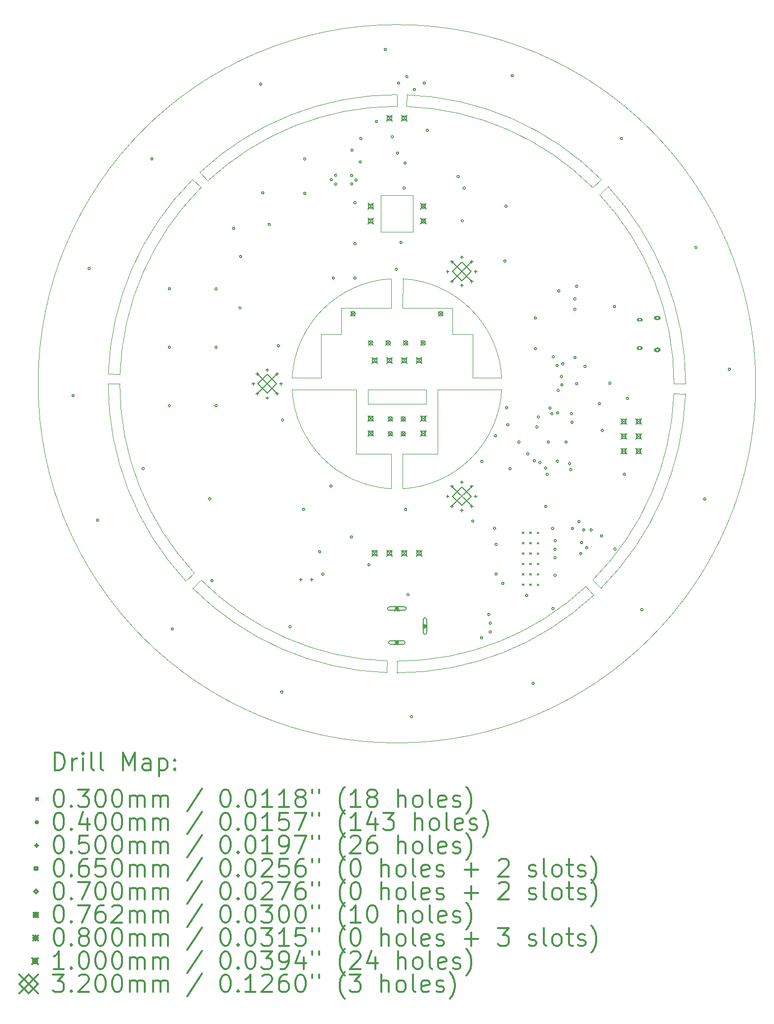
<source format=gbr>
%FSLAX45Y45*%
G04 Gerber Fmt 4.5, Leading zero omitted, Abs format (unit mm)*
G04 Created by KiCad (PCBNEW 5.1.10-88a1d61d58~88~ubuntu18.04.1) date 2021-07-16 18:04:01*
%MOMM*%
%LPD*%
G01*
G04 APERTURE LIST*
%TA.AperFunction,Profile*%
%ADD10C,0.050000*%
%TD*%
%ADD11C,0.200000*%
%ADD12C,0.300000*%
G04 APERTURE END LIST*
D10*
X9898946Y-11797135D02*
G75*
G02*
X8202800Y-10099900I101055J1797135D01*
G01*
X9900000Y-11550000D02*
X9898946Y-11797135D01*
X10099900Y-11797200D02*
X10100000Y-11550000D01*
X9725000Y-6775000D02*
X9725000Y-7400000D01*
X10275000Y-6775000D02*
X9725000Y-6775000D01*
X10275000Y-7400000D02*
X10275000Y-6775000D01*
X9725000Y-7400000D02*
X10275000Y-7400000D01*
X10500000Y-10100000D02*
X9500000Y-10100000D01*
X10500000Y-10350000D02*
X10500000Y-10100000D01*
X9500000Y-10350000D02*
X10500000Y-10350000D01*
X9500000Y-10100000D02*
X9500000Y-10350000D01*
X9300000Y-10100000D02*
X8700000Y-10100000D01*
X9300000Y-11200000D02*
X9300000Y-10100000D01*
X9900000Y-11200000D02*
X9300000Y-11200000D01*
X9900000Y-11550000D02*
X9900000Y-11200000D01*
X10700000Y-10100000D02*
X11300000Y-10100000D01*
X10700000Y-10400000D02*
X10700000Y-10100000D01*
X10700000Y-11200000D02*
X10700000Y-10400000D01*
X10100000Y-11200000D02*
X10700000Y-11200000D01*
X10100000Y-11550000D02*
X10100000Y-11200000D01*
X11300000Y-10100000D02*
X11797135Y-10101055D01*
X8202800Y-10099900D02*
X8700000Y-10100000D01*
X11797135Y-10101055D02*
G75*
G02*
X10099900Y-11797200I-1797135J101055D01*
G01*
X11300000Y-9900000D02*
X11797200Y-9900100D01*
X11300000Y-9150000D02*
X11300000Y-9900000D01*
X10101055Y-8202864D02*
X10100000Y-8700000D01*
X9900100Y-8202800D02*
X9900000Y-8700000D01*
X8700000Y-9900000D02*
X8700000Y-9150000D01*
X8202864Y-9898946D02*
X8700000Y-9900000D01*
X10101055Y-8202865D02*
G75*
G02*
X11797200Y-9900100I-101055J-1797135D01*
G01*
X10950000Y-9150000D02*
X11300000Y-9150000D01*
X10950000Y-8700000D02*
X10950000Y-9150000D01*
X10100000Y-8700000D02*
X10950000Y-8700000D01*
X9050000Y-8700000D02*
X9900000Y-8700000D01*
X9050000Y-9150000D02*
X9050000Y-8700000D01*
X8700000Y-9150000D02*
X9050000Y-9150000D01*
X8202865Y-9898946D02*
G75*
G02*
X9900100Y-8202800I1797135J-101055D01*
G01*
X13620201Y-6624108D02*
X13473930Y-6760508D01*
X13358757Y-6641243D02*
X13500179Y-6499821D01*
X14950000Y-10000000D02*
X14750000Y-10000000D01*
X14747106Y-10165773D02*
X14946985Y-10172753D01*
X13358757Y-13358757D02*
X13500179Y-13500179D01*
X13375892Y-13620201D02*
X13239492Y-13473930D01*
X10000000Y-14950000D02*
X10000000Y-14750000D01*
X9834227Y-14747106D02*
X9827248Y-14946985D01*
X6499821Y-13500179D02*
X6641243Y-13358757D01*
X6526070Y-13239492D02*
X6379799Y-13375892D01*
X5250000Y-10000000D02*
X5050000Y-10000000D01*
X5053015Y-9827248D02*
X5252894Y-9834227D01*
X6641243Y-6641243D02*
X6499821Y-6499821D01*
X6760508Y-6526070D02*
X6624108Y-6379799D01*
X10000000Y-5050000D02*
X10000000Y-5250000D01*
X10172753Y-5053015D02*
X10165773Y-5252894D01*
X5053015Y-9827248D02*
G75*
G02*
X6499821Y-6499821I4946985J-172753D01*
G01*
X6379799Y-13375892D02*
G75*
G02*
X5050000Y-10000000I3620201J3375892D01*
G01*
X9827248Y-14946985D02*
G75*
G02*
X6499821Y-13500179I172753J4946985D01*
G01*
X13375892Y-13620201D02*
G75*
G02*
X10000000Y-14950000I-3375892J3620201D01*
G01*
X14946985Y-10172753D02*
G75*
G02*
X13500179Y-13500179I-4946985J172753D01*
G01*
X10172753Y-5053015D02*
G75*
G02*
X13500179Y-6499821I-172753J-4946985D01*
G01*
X13620201Y-6624108D02*
G75*
G02*
X14950000Y-10000000I-3620201J-3375892D01*
G01*
X6624108Y-6379799D02*
G75*
G02*
X10000000Y-5050000I3375892J-3620201D01*
G01*
X10165773Y-5252894D02*
G75*
G02*
X13358757Y-6641243I-165773J-4747106D01*
G01*
X14747106Y-10165773D02*
G75*
G02*
X13358757Y-13358757I-4747106J165773D01*
G01*
X9834227Y-14747106D02*
G75*
G02*
X6641243Y-13358757I165773J4747106D01*
G01*
X5252894Y-9834227D02*
G75*
G02*
X6641243Y-6641243I4747106J-165773D01*
G01*
X13473930Y-6760508D02*
G75*
G02*
X14750000Y-10000000I-3473930J-3239492D01*
G01*
X13239492Y-13473930D02*
G75*
G02*
X10000000Y-14750000I-3239492J3473930D01*
G01*
X6526070Y-13239492D02*
G75*
G02*
X5250000Y-10000000I3473930J3239492D01*
G01*
X6760508Y-6526070D02*
G75*
G02*
X10000000Y-5250000I3239492J-3473930D01*
G01*
X16150000Y-10000000D02*
G75*
G03*
X16150000Y-10000000I-6150000J0D01*
G01*
D11*
X12145600Y-12536300D02*
X12175600Y-12566300D01*
X12175600Y-12536300D02*
X12145600Y-12566300D01*
X12145600Y-12714300D02*
X12175600Y-12744300D01*
X12175600Y-12714300D02*
X12145600Y-12744300D01*
X12145600Y-12892300D02*
X12175600Y-12922300D01*
X12175600Y-12892300D02*
X12145600Y-12922300D01*
X12145600Y-13070300D02*
X12175600Y-13100300D01*
X12175600Y-13070300D02*
X12145600Y-13100300D01*
X12145600Y-13248300D02*
X12175600Y-13278300D01*
X12175600Y-13248300D02*
X12145600Y-13278300D01*
X12145600Y-13426300D02*
X12175600Y-13456300D01*
X12175600Y-13426300D02*
X12145600Y-13456300D01*
X12275600Y-12536300D02*
X12305600Y-12566300D01*
X12305600Y-12536300D02*
X12275600Y-12566300D01*
X12275600Y-12714300D02*
X12305600Y-12744300D01*
X12305600Y-12714300D02*
X12275600Y-12744300D01*
X12275600Y-12892300D02*
X12305600Y-12922300D01*
X12305600Y-12892300D02*
X12275600Y-12922300D01*
X12275600Y-13070300D02*
X12305600Y-13100300D01*
X12305600Y-13070300D02*
X12275600Y-13100300D01*
X12275600Y-13248300D02*
X12305600Y-13278300D01*
X12305600Y-13248300D02*
X12275600Y-13278300D01*
X12275600Y-13426300D02*
X12305600Y-13456300D01*
X12305600Y-13426300D02*
X12275600Y-13456300D01*
X12405600Y-12536300D02*
X12435600Y-12566300D01*
X12435600Y-12536300D02*
X12405600Y-12566300D01*
X12405600Y-12714300D02*
X12435600Y-12744300D01*
X12435600Y-12714300D02*
X12405600Y-12744300D01*
X12405600Y-12892300D02*
X12435600Y-12922300D01*
X12435600Y-12892300D02*
X12405600Y-12922300D01*
X12405600Y-13070300D02*
X12435600Y-13100300D01*
X12435600Y-13070300D02*
X12405600Y-13100300D01*
X12405600Y-13248300D02*
X12435600Y-13278300D01*
X12435600Y-13248300D02*
X12405600Y-13278300D01*
X12405600Y-13426300D02*
X12435600Y-13456300D01*
X12435600Y-13426300D02*
X12405600Y-13456300D01*
X4470000Y-10200000D02*
G75*
G03*
X4470000Y-10200000I-20000J0D01*
G01*
X4745000Y-8025000D02*
G75*
G03*
X4745000Y-8025000I-20000J0D01*
G01*
X4890000Y-12335000D02*
G75*
G03*
X4890000Y-12335000I-20000J0D01*
G01*
X5670000Y-11450000D02*
G75*
G03*
X5670000Y-11450000I-20000J0D01*
G01*
X5820000Y-6150000D02*
G75*
G03*
X5820000Y-6150000I-20000J0D01*
G01*
X6120000Y-8375000D02*
G75*
G03*
X6120000Y-8375000I-20000J0D01*
G01*
X6120000Y-9375000D02*
G75*
G03*
X6120000Y-9375000I-20000J0D01*
G01*
X6120000Y-10375000D02*
G75*
G03*
X6120000Y-10375000I-20000J0D01*
G01*
X6170000Y-14200000D02*
G75*
G03*
X6170000Y-14200000I-20000J0D01*
G01*
X6810000Y-11970000D02*
G75*
G03*
X6810000Y-11970000I-20000J0D01*
G01*
X6850000Y-13370000D02*
G75*
G03*
X6850000Y-13370000I-20000J0D01*
G01*
X6920000Y-8375000D02*
G75*
G03*
X6920000Y-8375000I-20000J0D01*
G01*
X6920000Y-9375000D02*
G75*
G03*
X6920000Y-9375000I-20000J0D01*
G01*
X6920000Y-10375000D02*
G75*
G03*
X6920000Y-10375000I-20000J0D01*
G01*
X7220000Y-7340000D02*
G75*
G03*
X7220000Y-7340000I-20000J0D01*
G01*
X7330000Y-8700000D02*
G75*
G03*
X7330000Y-8700000I-20000J0D01*
G01*
X7340000Y-7820000D02*
G75*
G03*
X7340000Y-7820000I-20000J0D01*
G01*
X7685000Y-4870000D02*
G75*
G03*
X7685000Y-4870000I-20000J0D01*
G01*
X7720000Y-6730000D02*
G75*
G03*
X7720000Y-6730000I-20000J0D01*
G01*
X7830000Y-7270000D02*
G75*
G03*
X7830000Y-7270000I-20000J0D01*
G01*
X7990000Y-9350000D02*
G75*
G03*
X7990000Y-9350000I-20000J0D01*
G01*
X8045000Y-15280000D02*
G75*
G03*
X8045000Y-15280000I-20000J0D01*
G01*
X8060000Y-10620000D02*
G75*
G03*
X8060000Y-10620000I-20000J0D01*
G01*
X8190000Y-14160000D02*
G75*
G03*
X8190000Y-14160000I-20000J0D01*
G01*
X8420000Y-12150000D02*
G75*
G03*
X8420000Y-12150000I-20000J0D01*
G01*
X8440000Y-6150000D02*
G75*
G03*
X8440000Y-6150000I-20000J0D01*
G01*
X8440000Y-6740000D02*
G75*
G03*
X8440000Y-6740000I-20000J0D01*
G01*
X8695000Y-12875000D02*
G75*
G03*
X8695000Y-12875000I-20000J0D01*
G01*
X8750000Y-13260000D02*
G75*
G03*
X8750000Y-13260000I-20000J0D01*
G01*
X8890000Y-11750000D02*
G75*
G03*
X8890000Y-11750000I-20000J0D01*
G01*
X8895000Y-6505000D02*
G75*
G03*
X8895000Y-6505000I-20000J0D01*
G01*
X8930000Y-8190000D02*
G75*
G03*
X8930000Y-8190000I-20000J0D01*
G01*
X8970000Y-6430000D02*
G75*
G03*
X8970000Y-6430000I-20000J0D01*
G01*
X8970000Y-6580000D02*
G75*
G03*
X8970000Y-6580000I-20000J0D01*
G01*
X9240198Y-12623800D02*
G75*
G03*
X9240198Y-12623800I-20000J0D01*
G01*
X9244988Y-6580011D02*
G75*
G03*
X9244988Y-6580011I-20000J0D01*
G01*
X9245000Y-6434599D02*
G75*
G03*
X9245000Y-6434599I-20000J0D01*
G01*
X9250000Y-6000000D02*
G75*
G03*
X9250000Y-6000000I-20000J0D01*
G01*
X9300000Y-6900000D02*
G75*
G03*
X9300000Y-6900000I-20000J0D01*
G01*
X9300000Y-7600000D02*
G75*
G03*
X9300000Y-7600000I-20000J0D01*
G01*
X9300000Y-8190000D02*
G75*
G03*
X9300000Y-8190000I-20000J0D01*
G01*
X9318945Y-6512701D02*
G75*
G03*
X9318945Y-6512701I-20000J0D01*
G01*
X9390000Y-6200000D02*
G75*
G03*
X9390000Y-6200000I-20000J0D01*
G01*
X9400000Y-5800000D02*
G75*
G03*
X9400000Y-5800000I-20000J0D01*
G01*
X9540000Y-13100000D02*
G75*
G03*
X9540000Y-13100000I-20000J0D01*
G01*
X9670000Y-5510000D02*
G75*
G03*
X9670000Y-5510000I-20000J0D01*
G01*
X9820000Y-4275000D02*
G75*
G03*
X9820000Y-4275000I-20000J0D01*
G01*
X9940000Y-5770000D02*
G75*
G03*
X9940000Y-5770000I-20000J0D01*
G01*
X10010000Y-8040000D02*
G75*
G03*
X10010000Y-8040000I-20000J0D01*
G01*
X10030000Y-6050000D02*
G75*
G03*
X10030000Y-6050000I-20000J0D01*
G01*
X10050000Y-4850000D02*
G75*
G03*
X10050000Y-4850000I-20000J0D01*
G01*
X10090000Y-7580000D02*
G75*
G03*
X10090000Y-7580000I-20000J0D01*
G01*
X10145000Y-6650000D02*
G75*
G03*
X10145000Y-6650000I-20000J0D01*
G01*
X10160000Y-6220000D02*
G75*
G03*
X10160000Y-6220000I-20000J0D01*
G01*
X10170000Y-12150000D02*
G75*
G03*
X10170000Y-12150000I-20000J0D01*
G01*
X10190000Y-4740000D02*
G75*
G03*
X10190000Y-4740000I-20000J0D01*
G01*
X10210000Y-13610000D02*
G75*
G03*
X10210000Y-13610000I-20000J0D01*
G01*
X10270000Y-15700000D02*
G75*
G03*
X10270000Y-15700000I-20000J0D01*
G01*
X10320000Y-4960000D02*
G75*
G03*
X10320000Y-4960000I-20000J0D01*
G01*
X10490000Y-4850000D02*
G75*
G03*
X10490000Y-4850000I-20000J0D01*
G01*
X10540000Y-5660000D02*
G75*
G03*
X10540000Y-5660000I-20000J0D01*
G01*
X11070000Y-6450000D02*
G75*
G03*
X11070000Y-6450000I-20000J0D01*
G01*
X11140000Y-7210000D02*
G75*
G03*
X11140000Y-7210000I-20000J0D01*
G01*
X11172700Y-6650000D02*
G75*
G03*
X11172700Y-6650000I-20000J0D01*
G01*
X11320000Y-12350000D02*
G75*
G03*
X11320000Y-12350000I-20000J0D01*
G01*
X11470000Y-14350000D02*
G75*
G03*
X11470000Y-14350000I-20000J0D01*
G01*
X11475400Y-11328400D02*
G75*
G03*
X11475400Y-11328400I-20000J0D01*
G01*
X11595000Y-13950000D02*
G75*
G03*
X11595000Y-13950000I-20000J0D01*
G01*
X11620000Y-14100000D02*
G75*
G03*
X11620000Y-14100000I-20000J0D01*
G01*
X11620000Y-14250000D02*
G75*
G03*
X11620000Y-14250000I-20000J0D01*
G01*
X11695000Y-12475000D02*
G75*
G03*
X11695000Y-12475000I-20000J0D01*
G01*
X11710000Y-10890000D02*
G75*
G03*
X11710000Y-10890000I-20000J0D01*
G01*
X11720000Y-12750000D02*
G75*
G03*
X11720000Y-12750000I-20000J0D01*
G01*
X11720000Y-13257500D02*
G75*
G03*
X11720000Y-13257500I-20000J0D01*
G01*
X11837300Y-13418800D02*
G75*
G03*
X11837300Y-13418800I-20000J0D01*
G01*
X11870000Y-7900000D02*
G75*
G03*
X11870000Y-7900000I-20000J0D01*
G01*
X11890000Y-6960000D02*
G75*
G03*
X11890000Y-6960000I-20000J0D01*
G01*
X11900000Y-10410000D02*
G75*
G03*
X11900000Y-10410000I-20000J0D01*
G01*
X11920000Y-10700000D02*
G75*
G03*
X11920000Y-10700000I-20000J0D01*
G01*
X11958000Y-11455400D02*
G75*
G03*
X11958000Y-11455400I-20000J0D01*
G01*
X11995000Y-4725000D02*
G75*
G03*
X11995000Y-4725000I-20000J0D01*
G01*
X12110400Y-10998200D02*
G75*
G03*
X12110400Y-10998200I-20000J0D01*
G01*
X12245000Y-13625000D02*
G75*
G03*
X12245000Y-13625000I-20000J0D01*
G01*
X12262800Y-11201400D02*
G75*
G03*
X12262800Y-11201400I-20000J0D01*
G01*
X12355000Y-15130000D02*
G75*
G03*
X12355000Y-15130000I-20000J0D01*
G01*
X12375131Y-11318377D02*
G75*
G03*
X12375131Y-11318377I-20000J0D01*
G01*
X12395000Y-8875000D02*
G75*
G03*
X12395000Y-8875000I-20000J0D01*
G01*
X12395000Y-9400000D02*
G75*
G03*
X12395000Y-9400000I-20000J0D01*
G01*
X12419400Y-10740000D02*
G75*
G03*
X12419400Y-10740000I-20000J0D01*
G01*
X12445067Y-10569199D02*
G75*
G03*
X12445067Y-10569199I-20000J0D01*
G01*
X12470000Y-11350000D02*
G75*
G03*
X12470000Y-11350000I-20000J0D01*
G01*
X12568939Y-11444157D02*
G75*
G03*
X12568939Y-11444157I-20000J0D01*
G01*
X12570000Y-12100000D02*
G75*
G03*
X12570000Y-12100000I-20000J0D01*
G01*
X12593593Y-11551407D02*
G75*
G03*
X12593593Y-11551407I-20000J0D01*
G01*
X12616011Y-10996011D02*
G75*
G03*
X12616011Y-10996011I-20000J0D01*
G01*
X12643800Y-10417030D02*
G75*
G03*
X12643800Y-10417030I-20000J0D01*
G01*
X12674520Y-10512196D02*
G75*
G03*
X12674520Y-10512196I-20000J0D01*
G01*
X12687300Y-12475000D02*
G75*
G03*
X12687300Y-12475000I-20000J0D01*
G01*
X12694751Y-13849406D02*
G75*
G03*
X12694751Y-13849406I-20000J0D01*
G01*
X12700000Y-9537500D02*
G75*
G03*
X12700000Y-9537500I-20000J0D01*
G01*
X12730000Y-12833350D02*
G75*
G03*
X12730000Y-12833350I-20000J0D01*
G01*
X12730000Y-12979400D02*
G75*
G03*
X12730000Y-12979400I-20000J0D01*
G01*
X12730000Y-13280000D02*
G75*
G03*
X12730000Y-13280000I-20000J0D01*
G01*
X12732700Y-12687300D02*
G75*
G03*
X12732700Y-12687300I-20000J0D01*
G01*
X12767701Y-9687251D02*
G75*
G03*
X12767701Y-9687251I-20000J0D01*
G01*
X12770000Y-11325000D02*
G75*
G03*
X12770000Y-11325000I-20000J0D01*
G01*
X12773731Y-10499656D02*
G75*
G03*
X12773731Y-10499656I-20000J0D01*
G01*
X12785000Y-10112500D02*
G75*
G03*
X12785000Y-10112500I-20000J0D01*
G01*
X12795000Y-8410000D02*
G75*
G03*
X12795000Y-8410000I-20000J0D01*
G01*
X12840402Y-9876063D02*
G75*
G03*
X12840402Y-9876063I-20000J0D01*
G01*
X12847300Y-10019800D02*
G75*
G03*
X12847300Y-10019800I-20000J0D01*
G01*
X12863054Y-9657118D02*
G75*
G03*
X12863054Y-9657118I-20000J0D01*
G01*
X12920000Y-11000000D02*
G75*
G03*
X12920000Y-11000000I-20000J0D01*
G01*
X12978593Y-11367299D02*
G75*
G03*
X12978593Y-11367299I-20000J0D01*
G01*
X13000000Y-11470000D02*
G75*
G03*
X13000000Y-11470000I-20000J0D01*
G01*
X13012700Y-10510000D02*
G75*
G03*
X13012700Y-10510000I-20000J0D01*
G01*
X13020000Y-10660000D02*
G75*
G03*
X13020000Y-10660000I-20000J0D01*
G01*
X13030000Y-12480000D02*
G75*
G03*
X13030000Y-12480000I-20000J0D01*
G01*
X13070000Y-8547300D02*
G75*
G03*
X13070000Y-8547300I-20000J0D01*
G01*
X13070000Y-8725000D02*
G75*
G03*
X13070000Y-8725000I-20000J0D01*
G01*
X13070000Y-9550000D02*
G75*
G03*
X13070000Y-9550000I-20000J0D01*
G01*
X13100000Y-8330000D02*
G75*
G03*
X13100000Y-8330000I-20000J0D01*
G01*
X13100000Y-10000000D02*
G75*
G03*
X13100000Y-10000000I-20000J0D01*
G01*
X13140000Y-12360000D02*
G75*
G03*
X13140000Y-12360000I-20000J0D01*
G01*
X13171600Y-12908800D02*
G75*
G03*
X13171600Y-12908800I-20000J0D01*
G01*
X13184716Y-12718716D02*
G75*
G03*
X13184716Y-12718716I-20000J0D01*
G01*
X13222400Y-12502400D02*
G75*
G03*
X13222400Y-12502400I-20000J0D01*
G01*
X13245000Y-9702800D02*
G75*
G03*
X13245000Y-9702800I-20000J0D01*
G01*
X13273200Y-12807200D02*
G75*
G03*
X13273200Y-12807200I-20000J0D01*
G01*
X13349400Y-12502400D02*
G75*
G03*
X13349400Y-12502400I-20000J0D01*
G01*
X13490000Y-10340000D02*
G75*
G03*
X13490000Y-10340000I-20000J0D01*
G01*
X13527200Y-12605300D02*
G75*
G03*
X13527200Y-12605300I-20000J0D01*
G01*
X13540000Y-10800000D02*
G75*
G03*
X13540000Y-10800000I-20000J0D01*
G01*
X13670000Y-9990000D02*
G75*
G03*
X13670000Y-9990000I-20000J0D01*
G01*
X13750000Y-8680000D02*
G75*
G03*
X13750000Y-8680000I-20000J0D01*
G01*
X13757011Y-12829734D02*
G75*
G03*
X13757011Y-12829734I-20000J0D01*
G01*
X13870000Y-5800000D02*
G75*
G03*
X13870000Y-5800000I-20000J0D01*
G01*
X13920000Y-11550000D02*
G75*
G03*
X13920000Y-11550000I-20000J0D01*
G01*
X13970000Y-10250000D02*
G75*
G03*
X13970000Y-10250000I-20000J0D01*
G01*
X14218601Y-13868400D02*
G75*
G03*
X14218601Y-13868400I-20000J0D01*
G01*
X15145000Y-7665000D02*
G75*
G03*
X15145000Y-7665000I-20000J0D01*
G01*
X15295000Y-11975000D02*
G75*
G03*
X15295000Y-11975000I-20000J0D01*
G01*
X15720000Y-9750000D02*
G75*
G03*
X15720000Y-9750000I-20000J0D01*
G01*
X7537100Y-9975000D02*
X7537100Y-10025000D01*
X7512100Y-10000000D02*
X7562100Y-10000000D01*
X7607394Y-9805294D02*
X7607394Y-9855294D01*
X7582394Y-9830294D02*
X7632394Y-9830294D01*
X7607394Y-10144706D02*
X7607394Y-10194706D01*
X7582394Y-10169706D02*
X7632394Y-10169706D01*
X7777100Y-9735000D02*
X7777100Y-9785000D01*
X7752100Y-9760000D02*
X7802100Y-9760000D01*
X7777100Y-10215000D02*
X7777100Y-10265000D01*
X7752100Y-10240000D02*
X7802100Y-10240000D01*
X7946806Y-9805294D02*
X7946806Y-9855294D01*
X7921806Y-9830294D02*
X7971806Y-9830294D01*
X7946806Y-10144706D02*
X7946806Y-10194706D01*
X7921806Y-10169706D02*
X7971806Y-10169706D01*
X8017100Y-9975000D02*
X8017100Y-10025000D01*
X7992100Y-10000000D02*
X8042100Y-10000000D01*
X8350000Y-13325000D02*
X8350000Y-13375000D01*
X8325000Y-13350000D02*
X8375000Y-13350000D01*
X8540000Y-13325000D02*
X8540000Y-13375000D01*
X8515000Y-13350000D02*
X8565000Y-13350000D01*
X10871400Y-8049900D02*
X10871400Y-8099900D01*
X10846400Y-8074900D02*
X10896400Y-8074900D01*
X10871400Y-11900100D02*
X10871400Y-11950100D01*
X10846400Y-11925100D02*
X10896400Y-11925100D01*
X10941694Y-7880194D02*
X10941694Y-7930194D01*
X10916694Y-7905194D02*
X10966694Y-7905194D01*
X10941694Y-8219606D02*
X10941694Y-8269606D01*
X10916694Y-8244606D02*
X10966694Y-8244606D01*
X10941694Y-11730394D02*
X10941694Y-11780394D01*
X10916694Y-11755394D02*
X10966694Y-11755394D01*
X10941694Y-12069806D02*
X10941694Y-12119806D01*
X10916694Y-12094806D02*
X10966694Y-12094806D01*
X11111400Y-7809900D02*
X11111400Y-7859900D01*
X11086400Y-7834900D02*
X11136400Y-7834900D01*
X11111400Y-8289900D02*
X11111400Y-8339900D01*
X11086400Y-8314900D02*
X11136400Y-8314900D01*
X11111400Y-11660100D02*
X11111400Y-11710100D01*
X11086400Y-11685100D02*
X11136400Y-11685100D01*
X11111400Y-12140100D02*
X11111400Y-12190100D01*
X11086400Y-12165100D02*
X11136400Y-12165100D01*
X11281106Y-7880194D02*
X11281106Y-7930194D01*
X11256106Y-7905194D02*
X11306106Y-7905194D01*
X11281106Y-8219606D02*
X11281106Y-8269606D01*
X11256106Y-8244606D02*
X11306106Y-8244606D01*
X11281106Y-11730394D02*
X11281106Y-11780394D01*
X11256106Y-11755394D02*
X11306106Y-11755394D01*
X11281106Y-12069806D02*
X11281106Y-12119806D01*
X11256106Y-12094806D02*
X11306106Y-12094806D01*
X11351400Y-8049900D02*
X11351400Y-8099900D01*
X11326400Y-8074900D02*
X11376400Y-8074900D01*
X11351400Y-11900100D02*
X11351400Y-11950100D01*
X11326400Y-11925100D02*
X11376400Y-11925100D01*
X14185481Y-8927481D02*
X14185481Y-8881519D01*
X14139519Y-8881519D01*
X14139519Y-8927481D01*
X14185481Y-8927481D01*
X14182500Y-8882000D02*
X14142500Y-8882000D01*
X14182500Y-8927000D02*
X14142500Y-8927000D01*
X14142500Y-8882000D02*
G75*
G03*
X14142500Y-8927000I0J-22500D01*
G01*
X14182500Y-8927000D02*
G75*
G03*
X14182500Y-8882000I0J22500D01*
G01*
X14185481Y-9411481D02*
X14185481Y-9365519D01*
X14139519Y-9365519D01*
X14139519Y-9411481D01*
X14185481Y-9411481D01*
X14182500Y-9366000D02*
X14142500Y-9366000D01*
X14182500Y-9411000D02*
X14142500Y-9411000D01*
X14142500Y-9366000D02*
G75*
G03*
X14142500Y-9411000I0J-22500D01*
G01*
X14182500Y-9411000D02*
G75*
G03*
X14182500Y-9366000I0J22500D01*
G01*
X14462500Y-8908500D02*
X14497500Y-8873500D01*
X14462500Y-8838500D01*
X14427500Y-8873500D01*
X14462500Y-8908500D01*
X14487500Y-8848500D02*
X14437500Y-8848500D01*
X14487500Y-8898500D02*
X14437500Y-8898500D01*
X14437500Y-8848500D02*
G75*
G03*
X14437500Y-8898500I0J-25000D01*
G01*
X14487500Y-8898500D02*
G75*
G03*
X14487500Y-8848500I0J25000D01*
G01*
X14462500Y-9454500D02*
X14497500Y-9419500D01*
X14462500Y-9384500D01*
X14427500Y-9419500D01*
X14462500Y-9454500D01*
X14487500Y-9394500D02*
X14437500Y-9394500D01*
X14487500Y-9444500D02*
X14437500Y-9444500D01*
X14437500Y-9394500D02*
G75*
G03*
X14437500Y-9444500I0J-25000D01*
G01*
X14487500Y-9444500D02*
G75*
G03*
X14487500Y-9394500I0J25000D01*
G01*
X9211900Y-8761900D02*
X9288100Y-8838100D01*
X9288100Y-8761900D02*
X9211900Y-8838100D01*
X9288100Y-8800000D02*
G75*
G03*
X9288100Y-8800000I-38100J0D01*
G01*
X9511900Y-9261900D02*
X9588100Y-9338100D01*
X9588100Y-9261900D02*
X9511900Y-9338100D01*
X9588100Y-9300000D02*
G75*
G03*
X9588100Y-9300000I-38100J0D01*
G01*
X9811900Y-9261900D02*
X9888100Y-9338100D01*
X9888100Y-9261900D02*
X9811900Y-9338100D01*
X9888100Y-9300000D02*
G75*
G03*
X9888100Y-9300000I-38100J0D01*
G01*
X9851900Y-10561900D02*
X9928100Y-10638100D01*
X9928100Y-10561900D02*
X9851900Y-10638100D01*
X9928100Y-10600000D02*
G75*
G03*
X9928100Y-10600000I-38100J0D01*
G01*
X9851900Y-10815900D02*
X9928100Y-10892100D01*
X9928100Y-10815900D02*
X9851900Y-10892100D01*
X9928100Y-10854000D02*
G75*
G03*
X9928100Y-10854000I-38100J0D01*
G01*
X10071900Y-10561900D02*
X10148100Y-10638100D01*
X10148100Y-10561900D02*
X10071900Y-10638100D01*
X10148100Y-10600000D02*
G75*
G03*
X10148100Y-10600000I-38100J0D01*
G01*
X10071900Y-10815900D02*
X10148100Y-10892100D01*
X10148100Y-10815900D02*
X10071900Y-10892100D01*
X10148100Y-10854000D02*
G75*
G03*
X10148100Y-10854000I-38100J0D01*
G01*
X10111900Y-9261900D02*
X10188100Y-9338100D01*
X10188100Y-9261900D02*
X10111900Y-9338100D01*
X10188100Y-9300000D02*
G75*
G03*
X10188100Y-9300000I-38100J0D01*
G01*
X10411900Y-9261900D02*
X10488100Y-9338100D01*
X10488100Y-9261900D02*
X10411900Y-9338100D01*
X10488100Y-9300000D02*
G75*
G03*
X10488100Y-9300000I-38100J0D01*
G01*
X10711900Y-8761900D02*
X10788100Y-8838100D01*
X10788100Y-8761900D02*
X10711900Y-8838100D01*
X10788100Y-8800000D02*
G75*
G03*
X10788100Y-8800000I-38100J0D01*
G01*
X9960000Y-13810000D02*
X10040000Y-13890000D01*
X10040000Y-13810000D02*
X9960000Y-13890000D01*
X10000000Y-13810000D02*
X10000000Y-13890000D01*
X9960000Y-13850000D02*
X10040000Y-13850000D01*
X9870000Y-13880000D02*
X10130000Y-13880000D01*
X9870000Y-13820000D02*
X10130000Y-13820000D01*
X10130000Y-13880000D02*
G75*
G03*
X10130000Y-13820000I0J30000D01*
G01*
X9870000Y-13820000D02*
G75*
G03*
X9870000Y-13880000I0J-30000D01*
G01*
X9960000Y-14390000D02*
X10040000Y-14470000D01*
X10040000Y-14390000D02*
X9960000Y-14470000D01*
X10000000Y-14390000D02*
X10000000Y-14470000D01*
X9960000Y-14430000D02*
X10040000Y-14430000D01*
X9890000Y-14460000D02*
X10110000Y-14460000D01*
X9890000Y-14400000D02*
X10110000Y-14400000D01*
X10110000Y-14460000D02*
G75*
G03*
X10110000Y-14400000I0J30000D01*
G01*
X9890000Y-14400000D02*
G75*
G03*
X9890000Y-14460000I0J-30000D01*
G01*
X10440000Y-14110000D02*
X10520000Y-14190000D01*
X10520000Y-14110000D02*
X10440000Y-14190000D01*
X10480000Y-14110000D02*
X10480000Y-14190000D01*
X10440000Y-14150000D02*
X10520000Y-14150000D01*
X10510000Y-14260000D02*
X10510000Y-14040000D01*
X10450000Y-14260000D02*
X10450000Y-14040000D01*
X10510000Y-14040000D02*
G75*
G03*
X10450000Y-14040000I-30000J0D01*
G01*
X10450000Y-14260000D02*
G75*
G03*
X10510000Y-14260000I30000J0D01*
G01*
X9500000Y-6909600D02*
X9600000Y-7009600D01*
X9600000Y-6909600D02*
X9500000Y-7009600D01*
X9585356Y-6994956D02*
X9585356Y-6924244D01*
X9514644Y-6924244D01*
X9514644Y-6994956D01*
X9585356Y-6994956D01*
X9500000Y-7163600D02*
X9600000Y-7263600D01*
X9600000Y-7163600D02*
X9500000Y-7263600D01*
X9585356Y-7248956D02*
X9585356Y-7178244D01*
X9514644Y-7178244D01*
X9514644Y-7248956D01*
X9585356Y-7248956D01*
X9500000Y-10546000D02*
X9600000Y-10646000D01*
X9600000Y-10546000D02*
X9500000Y-10646000D01*
X9585356Y-10631356D02*
X9585356Y-10560644D01*
X9514644Y-10560644D01*
X9514644Y-10631356D01*
X9585356Y-10631356D01*
X9500000Y-10800000D02*
X9600000Y-10900000D01*
X9600000Y-10800000D02*
X9500000Y-10900000D01*
X9585356Y-10885356D02*
X9585356Y-10814644D01*
X9514644Y-10814644D01*
X9514644Y-10885356D01*
X9585356Y-10885356D01*
X9569000Y-9550000D02*
X9669000Y-9650000D01*
X9669000Y-9550000D02*
X9569000Y-9650000D01*
X9654356Y-9635356D02*
X9654356Y-9564644D01*
X9583644Y-9564644D01*
X9583644Y-9635356D01*
X9654356Y-9635356D01*
X9569000Y-12850000D02*
X9669000Y-12950000D01*
X9669000Y-12850000D02*
X9569000Y-12950000D01*
X9654356Y-12935356D02*
X9654356Y-12864644D01*
X9583644Y-12864644D01*
X9583644Y-12935356D01*
X9654356Y-12935356D01*
X9823000Y-5400000D02*
X9923000Y-5500000D01*
X9923000Y-5400000D02*
X9823000Y-5500000D01*
X9908356Y-5485356D02*
X9908356Y-5414644D01*
X9837644Y-5414644D01*
X9837644Y-5485356D01*
X9908356Y-5485356D01*
X9823000Y-9550000D02*
X9923000Y-9650000D01*
X9923000Y-9550000D02*
X9823000Y-9650000D01*
X9908356Y-9635356D02*
X9908356Y-9564644D01*
X9837644Y-9564644D01*
X9837644Y-9635356D01*
X9908356Y-9635356D01*
X9823000Y-12850000D02*
X9923000Y-12950000D01*
X9923000Y-12850000D02*
X9823000Y-12950000D01*
X9908356Y-12935356D02*
X9908356Y-12864644D01*
X9837644Y-12864644D01*
X9837644Y-12935356D01*
X9908356Y-12935356D01*
X10077000Y-5400000D02*
X10177000Y-5500000D01*
X10177000Y-5400000D02*
X10077000Y-5500000D01*
X10162356Y-5485356D02*
X10162356Y-5414644D01*
X10091644Y-5414644D01*
X10091644Y-5485356D01*
X10162356Y-5485356D01*
X10077000Y-9550000D02*
X10177000Y-9650000D01*
X10177000Y-9550000D02*
X10077000Y-9650000D01*
X10162356Y-9635356D02*
X10162356Y-9564644D01*
X10091644Y-9564644D01*
X10091644Y-9635356D01*
X10162356Y-9635356D01*
X10077000Y-12850000D02*
X10177000Y-12950000D01*
X10177000Y-12850000D02*
X10077000Y-12950000D01*
X10162356Y-12935356D02*
X10162356Y-12864644D01*
X10091644Y-12864644D01*
X10091644Y-12935356D01*
X10162356Y-12935356D01*
X10331000Y-9550000D02*
X10431000Y-9650000D01*
X10431000Y-9550000D02*
X10331000Y-9650000D01*
X10416356Y-9635356D02*
X10416356Y-9564644D01*
X10345644Y-9564644D01*
X10345644Y-9635356D01*
X10416356Y-9635356D01*
X10331000Y-12850000D02*
X10431000Y-12950000D01*
X10431000Y-12850000D02*
X10331000Y-12950000D01*
X10416356Y-12935356D02*
X10416356Y-12864644D01*
X10345644Y-12864644D01*
X10345644Y-12935356D01*
X10416356Y-12935356D01*
X10400000Y-6909600D02*
X10500000Y-7009600D01*
X10500000Y-6909600D02*
X10400000Y-7009600D01*
X10485356Y-6994956D02*
X10485356Y-6924244D01*
X10414644Y-6924244D01*
X10414644Y-6994956D01*
X10485356Y-6994956D01*
X10400000Y-7163600D02*
X10500000Y-7263600D01*
X10500000Y-7163600D02*
X10400000Y-7263600D01*
X10485356Y-7248956D02*
X10485356Y-7178244D01*
X10414644Y-7178244D01*
X10414644Y-7248956D01*
X10485356Y-7248956D01*
X10400000Y-10546000D02*
X10500000Y-10646000D01*
X10500000Y-10546000D02*
X10400000Y-10646000D01*
X10485356Y-10631356D02*
X10485356Y-10560644D01*
X10414644Y-10560644D01*
X10414644Y-10631356D01*
X10485356Y-10631356D01*
X10400000Y-10800000D02*
X10500000Y-10900000D01*
X10500000Y-10800000D02*
X10400000Y-10900000D01*
X10485356Y-10885356D02*
X10485356Y-10814644D01*
X10414644Y-10814644D01*
X10414644Y-10885356D01*
X10485356Y-10885356D01*
X13841000Y-10597000D02*
X13941000Y-10697000D01*
X13941000Y-10597000D02*
X13841000Y-10697000D01*
X13926356Y-10682356D02*
X13926356Y-10611644D01*
X13855644Y-10611644D01*
X13855644Y-10682356D01*
X13926356Y-10682356D01*
X13841000Y-10851000D02*
X13941000Y-10951000D01*
X13941000Y-10851000D02*
X13841000Y-10951000D01*
X13926356Y-10936356D02*
X13926356Y-10865644D01*
X13855644Y-10865644D01*
X13855644Y-10936356D01*
X13926356Y-10936356D01*
X13841000Y-11105000D02*
X13941000Y-11205000D01*
X13941000Y-11105000D02*
X13841000Y-11205000D01*
X13926356Y-11190356D02*
X13926356Y-11119644D01*
X13855644Y-11119644D01*
X13855644Y-11190356D01*
X13926356Y-11190356D01*
X14095000Y-10597000D02*
X14195000Y-10697000D01*
X14195000Y-10597000D02*
X14095000Y-10697000D01*
X14180356Y-10682356D02*
X14180356Y-10611644D01*
X14109644Y-10611644D01*
X14109644Y-10682356D01*
X14180356Y-10682356D01*
X14095000Y-10851000D02*
X14195000Y-10951000D01*
X14195000Y-10851000D02*
X14095000Y-10951000D01*
X14180356Y-10936356D02*
X14180356Y-10865644D01*
X14109644Y-10865644D01*
X14109644Y-10936356D01*
X14180356Y-10936356D01*
X14095000Y-11105000D02*
X14195000Y-11205000D01*
X14195000Y-11105000D02*
X14095000Y-11205000D01*
X14180356Y-11190356D02*
X14180356Y-11119644D01*
X14109644Y-11119644D01*
X14109644Y-11190356D01*
X14180356Y-11190356D01*
X7617100Y-9840000D02*
X7937100Y-10160000D01*
X7937100Y-9840000D02*
X7617100Y-10160000D01*
X7777100Y-10160000D02*
X7937100Y-10000000D01*
X7777100Y-9840000D01*
X7617100Y-10000000D01*
X7777100Y-10160000D01*
X10951400Y-7914900D02*
X11271400Y-8234900D01*
X11271400Y-7914900D02*
X10951400Y-8234900D01*
X11111400Y-8234900D02*
X11271400Y-8074900D01*
X11111400Y-7914900D01*
X10951400Y-8074900D01*
X11111400Y-8234900D01*
X10951400Y-11765100D02*
X11271400Y-12085100D01*
X11271400Y-11765100D02*
X10951400Y-12085100D01*
X11111400Y-12085100D02*
X11271400Y-11925100D01*
X11111400Y-11765100D01*
X10951400Y-11925100D01*
X11111400Y-12085100D01*
D12*
X4133928Y-16618214D02*
X4133928Y-16318214D01*
X4205357Y-16318214D01*
X4248214Y-16332500D01*
X4276786Y-16361071D01*
X4291071Y-16389643D01*
X4305357Y-16446786D01*
X4305357Y-16489643D01*
X4291071Y-16546786D01*
X4276786Y-16575357D01*
X4248214Y-16603929D01*
X4205357Y-16618214D01*
X4133928Y-16618214D01*
X4433928Y-16618214D02*
X4433928Y-16418214D01*
X4433928Y-16475357D02*
X4448214Y-16446786D01*
X4462500Y-16432500D01*
X4491071Y-16418214D01*
X4519643Y-16418214D01*
X4619643Y-16618214D02*
X4619643Y-16418214D01*
X4619643Y-16318214D02*
X4605357Y-16332500D01*
X4619643Y-16346786D01*
X4633928Y-16332500D01*
X4619643Y-16318214D01*
X4619643Y-16346786D01*
X4805357Y-16618214D02*
X4776786Y-16603929D01*
X4762500Y-16575357D01*
X4762500Y-16318214D01*
X4962500Y-16618214D02*
X4933928Y-16603929D01*
X4919643Y-16575357D01*
X4919643Y-16318214D01*
X5305357Y-16618214D02*
X5305357Y-16318214D01*
X5405357Y-16532500D01*
X5505357Y-16318214D01*
X5505357Y-16618214D01*
X5776786Y-16618214D02*
X5776786Y-16461071D01*
X5762500Y-16432500D01*
X5733928Y-16418214D01*
X5676786Y-16418214D01*
X5648214Y-16432500D01*
X5776786Y-16603929D02*
X5748214Y-16618214D01*
X5676786Y-16618214D01*
X5648214Y-16603929D01*
X5633928Y-16575357D01*
X5633928Y-16546786D01*
X5648214Y-16518214D01*
X5676786Y-16503929D01*
X5748214Y-16503929D01*
X5776786Y-16489643D01*
X5919643Y-16418214D02*
X5919643Y-16718214D01*
X5919643Y-16432500D02*
X5948214Y-16418214D01*
X6005357Y-16418214D01*
X6033928Y-16432500D01*
X6048214Y-16446786D01*
X6062500Y-16475357D01*
X6062500Y-16561071D01*
X6048214Y-16589643D01*
X6033928Y-16603929D01*
X6005357Y-16618214D01*
X5948214Y-16618214D01*
X5919643Y-16603929D01*
X6191071Y-16589643D02*
X6205357Y-16603929D01*
X6191071Y-16618214D01*
X6176786Y-16603929D01*
X6191071Y-16589643D01*
X6191071Y-16618214D01*
X6191071Y-16432500D02*
X6205357Y-16446786D01*
X6191071Y-16461071D01*
X6176786Y-16446786D01*
X6191071Y-16432500D01*
X6191071Y-16461071D01*
X3817500Y-17097500D02*
X3847500Y-17127500D01*
X3847500Y-17097500D02*
X3817500Y-17127500D01*
X4191071Y-16948214D02*
X4219643Y-16948214D01*
X4248214Y-16962500D01*
X4262500Y-16976786D01*
X4276786Y-17005357D01*
X4291071Y-17062500D01*
X4291071Y-17133929D01*
X4276786Y-17191072D01*
X4262500Y-17219643D01*
X4248214Y-17233929D01*
X4219643Y-17248214D01*
X4191071Y-17248214D01*
X4162500Y-17233929D01*
X4148214Y-17219643D01*
X4133928Y-17191072D01*
X4119643Y-17133929D01*
X4119643Y-17062500D01*
X4133928Y-17005357D01*
X4148214Y-16976786D01*
X4162500Y-16962500D01*
X4191071Y-16948214D01*
X4419643Y-17219643D02*
X4433928Y-17233929D01*
X4419643Y-17248214D01*
X4405357Y-17233929D01*
X4419643Y-17219643D01*
X4419643Y-17248214D01*
X4533928Y-16948214D02*
X4719643Y-16948214D01*
X4619643Y-17062500D01*
X4662500Y-17062500D01*
X4691071Y-17076786D01*
X4705357Y-17091072D01*
X4719643Y-17119643D01*
X4719643Y-17191072D01*
X4705357Y-17219643D01*
X4691071Y-17233929D01*
X4662500Y-17248214D01*
X4576786Y-17248214D01*
X4548214Y-17233929D01*
X4533928Y-17219643D01*
X4905357Y-16948214D02*
X4933928Y-16948214D01*
X4962500Y-16962500D01*
X4976786Y-16976786D01*
X4991071Y-17005357D01*
X5005357Y-17062500D01*
X5005357Y-17133929D01*
X4991071Y-17191072D01*
X4976786Y-17219643D01*
X4962500Y-17233929D01*
X4933928Y-17248214D01*
X4905357Y-17248214D01*
X4876786Y-17233929D01*
X4862500Y-17219643D01*
X4848214Y-17191072D01*
X4833928Y-17133929D01*
X4833928Y-17062500D01*
X4848214Y-17005357D01*
X4862500Y-16976786D01*
X4876786Y-16962500D01*
X4905357Y-16948214D01*
X5191071Y-16948214D02*
X5219643Y-16948214D01*
X5248214Y-16962500D01*
X5262500Y-16976786D01*
X5276786Y-17005357D01*
X5291071Y-17062500D01*
X5291071Y-17133929D01*
X5276786Y-17191072D01*
X5262500Y-17219643D01*
X5248214Y-17233929D01*
X5219643Y-17248214D01*
X5191071Y-17248214D01*
X5162500Y-17233929D01*
X5148214Y-17219643D01*
X5133928Y-17191072D01*
X5119643Y-17133929D01*
X5119643Y-17062500D01*
X5133928Y-17005357D01*
X5148214Y-16976786D01*
X5162500Y-16962500D01*
X5191071Y-16948214D01*
X5419643Y-17248214D02*
X5419643Y-17048214D01*
X5419643Y-17076786D02*
X5433928Y-17062500D01*
X5462500Y-17048214D01*
X5505357Y-17048214D01*
X5533928Y-17062500D01*
X5548214Y-17091072D01*
X5548214Y-17248214D01*
X5548214Y-17091072D02*
X5562500Y-17062500D01*
X5591071Y-17048214D01*
X5633928Y-17048214D01*
X5662500Y-17062500D01*
X5676786Y-17091072D01*
X5676786Y-17248214D01*
X5819643Y-17248214D02*
X5819643Y-17048214D01*
X5819643Y-17076786D02*
X5833928Y-17062500D01*
X5862500Y-17048214D01*
X5905357Y-17048214D01*
X5933928Y-17062500D01*
X5948214Y-17091072D01*
X5948214Y-17248214D01*
X5948214Y-17091072D02*
X5962500Y-17062500D01*
X5991071Y-17048214D01*
X6033928Y-17048214D01*
X6062500Y-17062500D01*
X6076786Y-17091072D01*
X6076786Y-17248214D01*
X6662500Y-16933929D02*
X6405357Y-17319643D01*
X7048214Y-16948214D02*
X7076786Y-16948214D01*
X7105357Y-16962500D01*
X7119643Y-16976786D01*
X7133928Y-17005357D01*
X7148214Y-17062500D01*
X7148214Y-17133929D01*
X7133928Y-17191072D01*
X7119643Y-17219643D01*
X7105357Y-17233929D01*
X7076786Y-17248214D01*
X7048214Y-17248214D01*
X7019643Y-17233929D01*
X7005357Y-17219643D01*
X6991071Y-17191072D01*
X6976786Y-17133929D01*
X6976786Y-17062500D01*
X6991071Y-17005357D01*
X7005357Y-16976786D01*
X7019643Y-16962500D01*
X7048214Y-16948214D01*
X7276786Y-17219643D02*
X7291071Y-17233929D01*
X7276786Y-17248214D01*
X7262500Y-17233929D01*
X7276786Y-17219643D01*
X7276786Y-17248214D01*
X7476786Y-16948214D02*
X7505357Y-16948214D01*
X7533928Y-16962500D01*
X7548214Y-16976786D01*
X7562500Y-17005357D01*
X7576786Y-17062500D01*
X7576786Y-17133929D01*
X7562500Y-17191072D01*
X7548214Y-17219643D01*
X7533928Y-17233929D01*
X7505357Y-17248214D01*
X7476786Y-17248214D01*
X7448214Y-17233929D01*
X7433928Y-17219643D01*
X7419643Y-17191072D01*
X7405357Y-17133929D01*
X7405357Y-17062500D01*
X7419643Y-17005357D01*
X7433928Y-16976786D01*
X7448214Y-16962500D01*
X7476786Y-16948214D01*
X7862500Y-17248214D02*
X7691071Y-17248214D01*
X7776786Y-17248214D02*
X7776786Y-16948214D01*
X7748214Y-16991072D01*
X7719643Y-17019643D01*
X7691071Y-17033929D01*
X8148214Y-17248214D02*
X7976786Y-17248214D01*
X8062500Y-17248214D02*
X8062500Y-16948214D01*
X8033928Y-16991072D01*
X8005357Y-17019643D01*
X7976786Y-17033929D01*
X8319643Y-17076786D02*
X8291071Y-17062500D01*
X8276786Y-17048214D01*
X8262500Y-17019643D01*
X8262500Y-17005357D01*
X8276786Y-16976786D01*
X8291071Y-16962500D01*
X8319643Y-16948214D01*
X8376786Y-16948214D01*
X8405357Y-16962500D01*
X8419643Y-16976786D01*
X8433928Y-17005357D01*
X8433928Y-17019643D01*
X8419643Y-17048214D01*
X8405357Y-17062500D01*
X8376786Y-17076786D01*
X8319643Y-17076786D01*
X8291071Y-17091072D01*
X8276786Y-17105357D01*
X8262500Y-17133929D01*
X8262500Y-17191072D01*
X8276786Y-17219643D01*
X8291071Y-17233929D01*
X8319643Y-17248214D01*
X8376786Y-17248214D01*
X8405357Y-17233929D01*
X8419643Y-17219643D01*
X8433928Y-17191072D01*
X8433928Y-17133929D01*
X8419643Y-17105357D01*
X8405357Y-17091072D01*
X8376786Y-17076786D01*
X8548214Y-16948214D02*
X8548214Y-17005357D01*
X8662500Y-16948214D02*
X8662500Y-17005357D01*
X9105357Y-17362500D02*
X9091071Y-17348214D01*
X9062500Y-17305357D01*
X9048214Y-17276786D01*
X9033928Y-17233929D01*
X9019643Y-17162500D01*
X9019643Y-17105357D01*
X9033928Y-17033929D01*
X9048214Y-16991072D01*
X9062500Y-16962500D01*
X9091071Y-16919643D01*
X9105357Y-16905357D01*
X9376786Y-17248214D02*
X9205357Y-17248214D01*
X9291071Y-17248214D02*
X9291071Y-16948214D01*
X9262500Y-16991072D01*
X9233928Y-17019643D01*
X9205357Y-17033929D01*
X9548214Y-17076786D02*
X9519643Y-17062500D01*
X9505357Y-17048214D01*
X9491071Y-17019643D01*
X9491071Y-17005357D01*
X9505357Y-16976786D01*
X9519643Y-16962500D01*
X9548214Y-16948214D01*
X9605357Y-16948214D01*
X9633928Y-16962500D01*
X9648214Y-16976786D01*
X9662500Y-17005357D01*
X9662500Y-17019643D01*
X9648214Y-17048214D01*
X9633928Y-17062500D01*
X9605357Y-17076786D01*
X9548214Y-17076786D01*
X9519643Y-17091072D01*
X9505357Y-17105357D01*
X9491071Y-17133929D01*
X9491071Y-17191072D01*
X9505357Y-17219643D01*
X9519643Y-17233929D01*
X9548214Y-17248214D01*
X9605357Y-17248214D01*
X9633928Y-17233929D01*
X9648214Y-17219643D01*
X9662500Y-17191072D01*
X9662500Y-17133929D01*
X9648214Y-17105357D01*
X9633928Y-17091072D01*
X9605357Y-17076786D01*
X10019643Y-17248214D02*
X10019643Y-16948214D01*
X10148214Y-17248214D02*
X10148214Y-17091072D01*
X10133928Y-17062500D01*
X10105357Y-17048214D01*
X10062500Y-17048214D01*
X10033928Y-17062500D01*
X10019643Y-17076786D01*
X10333928Y-17248214D02*
X10305357Y-17233929D01*
X10291071Y-17219643D01*
X10276786Y-17191072D01*
X10276786Y-17105357D01*
X10291071Y-17076786D01*
X10305357Y-17062500D01*
X10333928Y-17048214D01*
X10376786Y-17048214D01*
X10405357Y-17062500D01*
X10419643Y-17076786D01*
X10433928Y-17105357D01*
X10433928Y-17191072D01*
X10419643Y-17219643D01*
X10405357Y-17233929D01*
X10376786Y-17248214D01*
X10333928Y-17248214D01*
X10605357Y-17248214D02*
X10576786Y-17233929D01*
X10562500Y-17205357D01*
X10562500Y-16948214D01*
X10833928Y-17233929D02*
X10805357Y-17248214D01*
X10748214Y-17248214D01*
X10719643Y-17233929D01*
X10705357Y-17205357D01*
X10705357Y-17091072D01*
X10719643Y-17062500D01*
X10748214Y-17048214D01*
X10805357Y-17048214D01*
X10833928Y-17062500D01*
X10848214Y-17091072D01*
X10848214Y-17119643D01*
X10705357Y-17148214D01*
X10962500Y-17233929D02*
X10991071Y-17248214D01*
X11048214Y-17248214D01*
X11076786Y-17233929D01*
X11091071Y-17205357D01*
X11091071Y-17191072D01*
X11076786Y-17162500D01*
X11048214Y-17148214D01*
X11005357Y-17148214D01*
X10976786Y-17133929D01*
X10962500Y-17105357D01*
X10962500Y-17091072D01*
X10976786Y-17062500D01*
X11005357Y-17048214D01*
X11048214Y-17048214D01*
X11076786Y-17062500D01*
X11191071Y-17362500D02*
X11205357Y-17348214D01*
X11233928Y-17305357D01*
X11248214Y-17276786D01*
X11262500Y-17233929D01*
X11276786Y-17162500D01*
X11276786Y-17105357D01*
X11262500Y-17033929D01*
X11248214Y-16991072D01*
X11233928Y-16962500D01*
X11205357Y-16919643D01*
X11191071Y-16905357D01*
X3847500Y-17508500D02*
G75*
G03*
X3847500Y-17508500I-20000J0D01*
G01*
X4191071Y-17344214D02*
X4219643Y-17344214D01*
X4248214Y-17358500D01*
X4262500Y-17372786D01*
X4276786Y-17401357D01*
X4291071Y-17458500D01*
X4291071Y-17529929D01*
X4276786Y-17587072D01*
X4262500Y-17615643D01*
X4248214Y-17629929D01*
X4219643Y-17644214D01*
X4191071Y-17644214D01*
X4162500Y-17629929D01*
X4148214Y-17615643D01*
X4133928Y-17587072D01*
X4119643Y-17529929D01*
X4119643Y-17458500D01*
X4133928Y-17401357D01*
X4148214Y-17372786D01*
X4162500Y-17358500D01*
X4191071Y-17344214D01*
X4419643Y-17615643D02*
X4433928Y-17629929D01*
X4419643Y-17644214D01*
X4405357Y-17629929D01*
X4419643Y-17615643D01*
X4419643Y-17644214D01*
X4691071Y-17444214D02*
X4691071Y-17644214D01*
X4619643Y-17329929D02*
X4548214Y-17544214D01*
X4733928Y-17544214D01*
X4905357Y-17344214D02*
X4933928Y-17344214D01*
X4962500Y-17358500D01*
X4976786Y-17372786D01*
X4991071Y-17401357D01*
X5005357Y-17458500D01*
X5005357Y-17529929D01*
X4991071Y-17587072D01*
X4976786Y-17615643D01*
X4962500Y-17629929D01*
X4933928Y-17644214D01*
X4905357Y-17644214D01*
X4876786Y-17629929D01*
X4862500Y-17615643D01*
X4848214Y-17587072D01*
X4833928Y-17529929D01*
X4833928Y-17458500D01*
X4848214Y-17401357D01*
X4862500Y-17372786D01*
X4876786Y-17358500D01*
X4905357Y-17344214D01*
X5191071Y-17344214D02*
X5219643Y-17344214D01*
X5248214Y-17358500D01*
X5262500Y-17372786D01*
X5276786Y-17401357D01*
X5291071Y-17458500D01*
X5291071Y-17529929D01*
X5276786Y-17587072D01*
X5262500Y-17615643D01*
X5248214Y-17629929D01*
X5219643Y-17644214D01*
X5191071Y-17644214D01*
X5162500Y-17629929D01*
X5148214Y-17615643D01*
X5133928Y-17587072D01*
X5119643Y-17529929D01*
X5119643Y-17458500D01*
X5133928Y-17401357D01*
X5148214Y-17372786D01*
X5162500Y-17358500D01*
X5191071Y-17344214D01*
X5419643Y-17644214D02*
X5419643Y-17444214D01*
X5419643Y-17472786D02*
X5433928Y-17458500D01*
X5462500Y-17444214D01*
X5505357Y-17444214D01*
X5533928Y-17458500D01*
X5548214Y-17487072D01*
X5548214Y-17644214D01*
X5548214Y-17487072D02*
X5562500Y-17458500D01*
X5591071Y-17444214D01*
X5633928Y-17444214D01*
X5662500Y-17458500D01*
X5676786Y-17487072D01*
X5676786Y-17644214D01*
X5819643Y-17644214D02*
X5819643Y-17444214D01*
X5819643Y-17472786D02*
X5833928Y-17458500D01*
X5862500Y-17444214D01*
X5905357Y-17444214D01*
X5933928Y-17458500D01*
X5948214Y-17487072D01*
X5948214Y-17644214D01*
X5948214Y-17487072D02*
X5962500Y-17458500D01*
X5991071Y-17444214D01*
X6033928Y-17444214D01*
X6062500Y-17458500D01*
X6076786Y-17487072D01*
X6076786Y-17644214D01*
X6662500Y-17329929D02*
X6405357Y-17715643D01*
X7048214Y-17344214D02*
X7076786Y-17344214D01*
X7105357Y-17358500D01*
X7119643Y-17372786D01*
X7133928Y-17401357D01*
X7148214Y-17458500D01*
X7148214Y-17529929D01*
X7133928Y-17587072D01*
X7119643Y-17615643D01*
X7105357Y-17629929D01*
X7076786Y-17644214D01*
X7048214Y-17644214D01*
X7019643Y-17629929D01*
X7005357Y-17615643D01*
X6991071Y-17587072D01*
X6976786Y-17529929D01*
X6976786Y-17458500D01*
X6991071Y-17401357D01*
X7005357Y-17372786D01*
X7019643Y-17358500D01*
X7048214Y-17344214D01*
X7276786Y-17615643D02*
X7291071Y-17629929D01*
X7276786Y-17644214D01*
X7262500Y-17629929D01*
X7276786Y-17615643D01*
X7276786Y-17644214D01*
X7476786Y-17344214D02*
X7505357Y-17344214D01*
X7533928Y-17358500D01*
X7548214Y-17372786D01*
X7562500Y-17401357D01*
X7576786Y-17458500D01*
X7576786Y-17529929D01*
X7562500Y-17587072D01*
X7548214Y-17615643D01*
X7533928Y-17629929D01*
X7505357Y-17644214D01*
X7476786Y-17644214D01*
X7448214Y-17629929D01*
X7433928Y-17615643D01*
X7419643Y-17587072D01*
X7405357Y-17529929D01*
X7405357Y-17458500D01*
X7419643Y-17401357D01*
X7433928Y-17372786D01*
X7448214Y-17358500D01*
X7476786Y-17344214D01*
X7862500Y-17644214D02*
X7691071Y-17644214D01*
X7776786Y-17644214D02*
X7776786Y-17344214D01*
X7748214Y-17387072D01*
X7719643Y-17415643D01*
X7691071Y-17429929D01*
X8133928Y-17344214D02*
X7991071Y-17344214D01*
X7976786Y-17487072D01*
X7991071Y-17472786D01*
X8019643Y-17458500D01*
X8091071Y-17458500D01*
X8119643Y-17472786D01*
X8133928Y-17487072D01*
X8148214Y-17515643D01*
X8148214Y-17587072D01*
X8133928Y-17615643D01*
X8119643Y-17629929D01*
X8091071Y-17644214D01*
X8019643Y-17644214D01*
X7991071Y-17629929D01*
X7976786Y-17615643D01*
X8248214Y-17344214D02*
X8448214Y-17344214D01*
X8319643Y-17644214D01*
X8548214Y-17344214D02*
X8548214Y-17401357D01*
X8662500Y-17344214D02*
X8662500Y-17401357D01*
X9105357Y-17758500D02*
X9091071Y-17744214D01*
X9062500Y-17701357D01*
X9048214Y-17672786D01*
X9033928Y-17629929D01*
X9019643Y-17558500D01*
X9019643Y-17501357D01*
X9033928Y-17429929D01*
X9048214Y-17387072D01*
X9062500Y-17358500D01*
X9091071Y-17315643D01*
X9105357Y-17301357D01*
X9376786Y-17644214D02*
X9205357Y-17644214D01*
X9291071Y-17644214D02*
X9291071Y-17344214D01*
X9262500Y-17387072D01*
X9233928Y-17415643D01*
X9205357Y-17429929D01*
X9633928Y-17444214D02*
X9633928Y-17644214D01*
X9562500Y-17329929D02*
X9491071Y-17544214D01*
X9676786Y-17544214D01*
X9762500Y-17344214D02*
X9948214Y-17344214D01*
X9848214Y-17458500D01*
X9891071Y-17458500D01*
X9919643Y-17472786D01*
X9933928Y-17487072D01*
X9948214Y-17515643D01*
X9948214Y-17587072D01*
X9933928Y-17615643D01*
X9919643Y-17629929D01*
X9891071Y-17644214D01*
X9805357Y-17644214D01*
X9776786Y-17629929D01*
X9762500Y-17615643D01*
X10305357Y-17644214D02*
X10305357Y-17344214D01*
X10433928Y-17644214D02*
X10433928Y-17487072D01*
X10419643Y-17458500D01*
X10391071Y-17444214D01*
X10348214Y-17444214D01*
X10319643Y-17458500D01*
X10305357Y-17472786D01*
X10619643Y-17644214D02*
X10591071Y-17629929D01*
X10576786Y-17615643D01*
X10562500Y-17587072D01*
X10562500Y-17501357D01*
X10576786Y-17472786D01*
X10591071Y-17458500D01*
X10619643Y-17444214D01*
X10662500Y-17444214D01*
X10691071Y-17458500D01*
X10705357Y-17472786D01*
X10719643Y-17501357D01*
X10719643Y-17587072D01*
X10705357Y-17615643D01*
X10691071Y-17629929D01*
X10662500Y-17644214D01*
X10619643Y-17644214D01*
X10891071Y-17644214D02*
X10862500Y-17629929D01*
X10848214Y-17601357D01*
X10848214Y-17344214D01*
X11119643Y-17629929D02*
X11091071Y-17644214D01*
X11033928Y-17644214D01*
X11005357Y-17629929D01*
X10991071Y-17601357D01*
X10991071Y-17487072D01*
X11005357Y-17458500D01*
X11033928Y-17444214D01*
X11091071Y-17444214D01*
X11119643Y-17458500D01*
X11133928Y-17487072D01*
X11133928Y-17515643D01*
X10991071Y-17544214D01*
X11248214Y-17629929D02*
X11276786Y-17644214D01*
X11333928Y-17644214D01*
X11362500Y-17629929D01*
X11376786Y-17601357D01*
X11376786Y-17587072D01*
X11362500Y-17558500D01*
X11333928Y-17544214D01*
X11291071Y-17544214D01*
X11262500Y-17529929D01*
X11248214Y-17501357D01*
X11248214Y-17487072D01*
X11262500Y-17458500D01*
X11291071Y-17444214D01*
X11333928Y-17444214D01*
X11362500Y-17458500D01*
X11476786Y-17758500D02*
X11491071Y-17744214D01*
X11519643Y-17701357D01*
X11533928Y-17672786D01*
X11548214Y-17629929D01*
X11562500Y-17558500D01*
X11562500Y-17501357D01*
X11548214Y-17429929D01*
X11533928Y-17387072D01*
X11519643Y-17358500D01*
X11491071Y-17315643D01*
X11476786Y-17301357D01*
X3822500Y-17879500D02*
X3822500Y-17929500D01*
X3797500Y-17904500D02*
X3847500Y-17904500D01*
X4191071Y-17740214D02*
X4219643Y-17740214D01*
X4248214Y-17754500D01*
X4262500Y-17768786D01*
X4276786Y-17797357D01*
X4291071Y-17854500D01*
X4291071Y-17925929D01*
X4276786Y-17983072D01*
X4262500Y-18011643D01*
X4248214Y-18025929D01*
X4219643Y-18040214D01*
X4191071Y-18040214D01*
X4162500Y-18025929D01*
X4148214Y-18011643D01*
X4133928Y-17983072D01*
X4119643Y-17925929D01*
X4119643Y-17854500D01*
X4133928Y-17797357D01*
X4148214Y-17768786D01*
X4162500Y-17754500D01*
X4191071Y-17740214D01*
X4419643Y-18011643D02*
X4433928Y-18025929D01*
X4419643Y-18040214D01*
X4405357Y-18025929D01*
X4419643Y-18011643D01*
X4419643Y-18040214D01*
X4705357Y-17740214D02*
X4562500Y-17740214D01*
X4548214Y-17883072D01*
X4562500Y-17868786D01*
X4591071Y-17854500D01*
X4662500Y-17854500D01*
X4691071Y-17868786D01*
X4705357Y-17883072D01*
X4719643Y-17911643D01*
X4719643Y-17983072D01*
X4705357Y-18011643D01*
X4691071Y-18025929D01*
X4662500Y-18040214D01*
X4591071Y-18040214D01*
X4562500Y-18025929D01*
X4548214Y-18011643D01*
X4905357Y-17740214D02*
X4933928Y-17740214D01*
X4962500Y-17754500D01*
X4976786Y-17768786D01*
X4991071Y-17797357D01*
X5005357Y-17854500D01*
X5005357Y-17925929D01*
X4991071Y-17983072D01*
X4976786Y-18011643D01*
X4962500Y-18025929D01*
X4933928Y-18040214D01*
X4905357Y-18040214D01*
X4876786Y-18025929D01*
X4862500Y-18011643D01*
X4848214Y-17983072D01*
X4833928Y-17925929D01*
X4833928Y-17854500D01*
X4848214Y-17797357D01*
X4862500Y-17768786D01*
X4876786Y-17754500D01*
X4905357Y-17740214D01*
X5191071Y-17740214D02*
X5219643Y-17740214D01*
X5248214Y-17754500D01*
X5262500Y-17768786D01*
X5276786Y-17797357D01*
X5291071Y-17854500D01*
X5291071Y-17925929D01*
X5276786Y-17983072D01*
X5262500Y-18011643D01*
X5248214Y-18025929D01*
X5219643Y-18040214D01*
X5191071Y-18040214D01*
X5162500Y-18025929D01*
X5148214Y-18011643D01*
X5133928Y-17983072D01*
X5119643Y-17925929D01*
X5119643Y-17854500D01*
X5133928Y-17797357D01*
X5148214Y-17768786D01*
X5162500Y-17754500D01*
X5191071Y-17740214D01*
X5419643Y-18040214D02*
X5419643Y-17840214D01*
X5419643Y-17868786D02*
X5433928Y-17854500D01*
X5462500Y-17840214D01*
X5505357Y-17840214D01*
X5533928Y-17854500D01*
X5548214Y-17883072D01*
X5548214Y-18040214D01*
X5548214Y-17883072D02*
X5562500Y-17854500D01*
X5591071Y-17840214D01*
X5633928Y-17840214D01*
X5662500Y-17854500D01*
X5676786Y-17883072D01*
X5676786Y-18040214D01*
X5819643Y-18040214D02*
X5819643Y-17840214D01*
X5819643Y-17868786D02*
X5833928Y-17854500D01*
X5862500Y-17840214D01*
X5905357Y-17840214D01*
X5933928Y-17854500D01*
X5948214Y-17883072D01*
X5948214Y-18040214D01*
X5948214Y-17883072D02*
X5962500Y-17854500D01*
X5991071Y-17840214D01*
X6033928Y-17840214D01*
X6062500Y-17854500D01*
X6076786Y-17883072D01*
X6076786Y-18040214D01*
X6662500Y-17725929D02*
X6405357Y-18111643D01*
X7048214Y-17740214D02*
X7076786Y-17740214D01*
X7105357Y-17754500D01*
X7119643Y-17768786D01*
X7133928Y-17797357D01*
X7148214Y-17854500D01*
X7148214Y-17925929D01*
X7133928Y-17983072D01*
X7119643Y-18011643D01*
X7105357Y-18025929D01*
X7076786Y-18040214D01*
X7048214Y-18040214D01*
X7019643Y-18025929D01*
X7005357Y-18011643D01*
X6991071Y-17983072D01*
X6976786Y-17925929D01*
X6976786Y-17854500D01*
X6991071Y-17797357D01*
X7005357Y-17768786D01*
X7019643Y-17754500D01*
X7048214Y-17740214D01*
X7276786Y-18011643D02*
X7291071Y-18025929D01*
X7276786Y-18040214D01*
X7262500Y-18025929D01*
X7276786Y-18011643D01*
X7276786Y-18040214D01*
X7476786Y-17740214D02*
X7505357Y-17740214D01*
X7533928Y-17754500D01*
X7548214Y-17768786D01*
X7562500Y-17797357D01*
X7576786Y-17854500D01*
X7576786Y-17925929D01*
X7562500Y-17983072D01*
X7548214Y-18011643D01*
X7533928Y-18025929D01*
X7505357Y-18040214D01*
X7476786Y-18040214D01*
X7448214Y-18025929D01*
X7433928Y-18011643D01*
X7419643Y-17983072D01*
X7405357Y-17925929D01*
X7405357Y-17854500D01*
X7419643Y-17797357D01*
X7433928Y-17768786D01*
X7448214Y-17754500D01*
X7476786Y-17740214D01*
X7862500Y-18040214D02*
X7691071Y-18040214D01*
X7776786Y-18040214D02*
X7776786Y-17740214D01*
X7748214Y-17783072D01*
X7719643Y-17811643D01*
X7691071Y-17825929D01*
X8005357Y-18040214D02*
X8062500Y-18040214D01*
X8091071Y-18025929D01*
X8105357Y-18011643D01*
X8133928Y-17968786D01*
X8148214Y-17911643D01*
X8148214Y-17797357D01*
X8133928Y-17768786D01*
X8119643Y-17754500D01*
X8091071Y-17740214D01*
X8033928Y-17740214D01*
X8005357Y-17754500D01*
X7991071Y-17768786D01*
X7976786Y-17797357D01*
X7976786Y-17868786D01*
X7991071Y-17897357D01*
X8005357Y-17911643D01*
X8033928Y-17925929D01*
X8091071Y-17925929D01*
X8119643Y-17911643D01*
X8133928Y-17897357D01*
X8148214Y-17868786D01*
X8248214Y-17740214D02*
X8448214Y-17740214D01*
X8319643Y-18040214D01*
X8548214Y-17740214D02*
X8548214Y-17797357D01*
X8662500Y-17740214D02*
X8662500Y-17797357D01*
X9105357Y-18154500D02*
X9091071Y-18140214D01*
X9062500Y-18097357D01*
X9048214Y-18068786D01*
X9033928Y-18025929D01*
X9019643Y-17954500D01*
X9019643Y-17897357D01*
X9033928Y-17825929D01*
X9048214Y-17783072D01*
X9062500Y-17754500D01*
X9091071Y-17711643D01*
X9105357Y-17697357D01*
X9205357Y-17768786D02*
X9219643Y-17754500D01*
X9248214Y-17740214D01*
X9319643Y-17740214D01*
X9348214Y-17754500D01*
X9362500Y-17768786D01*
X9376786Y-17797357D01*
X9376786Y-17825929D01*
X9362500Y-17868786D01*
X9191071Y-18040214D01*
X9376786Y-18040214D01*
X9633928Y-17740214D02*
X9576786Y-17740214D01*
X9548214Y-17754500D01*
X9533928Y-17768786D01*
X9505357Y-17811643D01*
X9491071Y-17868786D01*
X9491071Y-17983072D01*
X9505357Y-18011643D01*
X9519643Y-18025929D01*
X9548214Y-18040214D01*
X9605357Y-18040214D01*
X9633928Y-18025929D01*
X9648214Y-18011643D01*
X9662500Y-17983072D01*
X9662500Y-17911643D01*
X9648214Y-17883072D01*
X9633928Y-17868786D01*
X9605357Y-17854500D01*
X9548214Y-17854500D01*
X9519643Y-17868786D01*
X9505357Y-17883072D01*
X9491071Y-17911643D01*
X10019643Y-18040214D02*
X10019643Y-17740214D01*
X10148214Y-18040214D02*
X10148214Y-17883072D01*
X10133928Y-17854500D01*
X10105357Y-17840214D01*
X10062500Y-17840214D01*
X10033928Y-17854500D01*
X10019643Y-17868786D01*
X10333928Y-18040214D02*
X10305357Y-18025929D01*
X10291071Y-18011643D01*
X10276786Y-17983072D01*
X10276786Y-17897357D01*
X10291071Y-17868786D01*
X10305357Y-17854500D01*
X10333928Y-17840214D01*
X10376786Y-17840214D01*
X10405357Y-17854500D01*
X10419643Y-17868786D01*
X10433928Y-17897357D01*
X10433928Y-17983072D01*
X10419643Y-18011643D01*
X10405357Y-18025929D01*
X10376786Y-18040214D01*
X10333928Y-18040214D01*
X10605357Y-18040214D02*
X10576786Y-18025929D01*
X10562500Y-17997357D01*
X10562500Y-17740214D01*
X10833928Y-18025929D02*
X10805357Y-18040214D01*
X10748214Y-18040214D01*
X10719643Y-18025929D01*
X10705357Y-17997357D01*
X10705357Y-17883072D01*
X10719643Y-17854500D01*
X10748214Y-17840214D01*
X10805357Y-17840214D01*
X10833928Y-17854500D01*
X10848214Y-17883072D01*
X10848214Y-17911643D01*
X10705357Y-17940214D01*
X10962500Y-18025929D02*
X10991071Y-18040214D01*
X11048214Y-18040214D01*
X11076786Y-18025929D01*
X11091071Y-17997357D01*
X11091071Y-17983072D01*
X11076786Y-17954500D01*
X11048214Y-17940214D01*
X11005357Y-17940214D01*
X10976786Y-17925929D01*
X10962500Y-17897357D01*
X10962500Y-17883072D01*
X10976786Y-17854500D01*
X11005357Y-17840214D01*
X11048214Y-17840214D01*
X11076786Y-17854500D01*
X11191071Y-18154500D02*
X11205357Y-18140214D01*
X11233928Y-18097357D01*
X11248214Y-18068786D01*
X11262500Y-18025929D01*
X11276786Y-17954500D01*
X11276786Y-17897357D01*
X11262500Y-17825929D01*
X11248214Y-17783072D01*
X11233928Y-17754500D01*
X11205357Y-17711643D01*
X11191071Y-17697357D01*
X3837981Y-18323481D02*
X3837981Y-18277519D01*
X3792019Y-18277519D01*
X3792019Y-18323481D01*
X3837981Y-18323481D01*
X4191071Y-18136214D02*
X4219643Y-18136214D01*
X4248214Y-18150500D01*
X4262500Y-18164786D01*
X4276786Y-18193357D01*
X4291071Y-18250500D01*
X4291071Y-18321929D01*
X4276786Y-18379072D01*
X4262500Y-18407643D01*
X4248214Y-18421929D01*
X4219643Y-18436214D01*
X4191071Y-18436214D01*
X4162500Y-18421929D01*
X4148214Y-18407643D01*
X4133928Y-18379072D01*
X4119643Y-18321929D01*
X4119643Y-18250500D01*
X4133928Y-18193357D01*
X4148214Y-18164786D01*
X4162500Y-18150500D01*
X4191071Y-18136214D01*
X4419643Y-18407643D02*
X4433928Y-18421929D01*
X4419643Y-18436214D01*
X4405357Y-18421929D01*
X4419643Y-18407643D01*
X4419643Y-18436214D01*
X4691071Y-18136214D02*
X4633928Y-18136214D01*
X4605357Y-18150500D01*
X4591071Y-18164786D01*
X4562500Y-18207643D01*
X4548214Y-18264786D01*
X4548214Y-18379072D01*
X4562500Y-18407643D01*
X4576786Y-18421929D01*
X4605357Y-18436214D01*
X4662500Y-18436214D01*
X4691071Y-18421929D01*
X4705357Y-18407643D01*
X4719643Y-18379072D01*
X4719643Y-18307643D01*
X4705357Y-18279072D01*
X4691071Y-18264786D01*
X4662500Y-18250500D01*
X4605357Y-18250500D01*
X4576786Y-18264786D01*
X4562500Y-18279072D01*
X4548214Y-18307643D01*
X4991071Y-18136214D02*
X4848214Y-18136214D01*
X4833928Y-18279072D01*
X4848214Y-18264786D01*
X4876786Y-18250500D01*
X4948214Y-18250500D01*
X4976786Y-18264786D01*
X4991071Y-18279072D01*
X5005357Y-18307643D01*
X5005357Y-18379072D01*
X4991071Y-18407643D01*
X4976786Y-18421929D01*
X4948214Y-18436214D01*
X4876786Y-18436214D01*
X4848214Y-18421929D01*
X4833928Y-18407643D01*
X5191071Y-18136214D02*
X5219643Y-18136214D01*
X5248214Y-18150500D01*
X5262500Y-18164786D01*
X5276786Y-18193357D01*
X5291071Y-18250500D01*
X5291071Y-18321929D01*
X5276786Y-18379072D01*
X5262500Y-18407643D01*
X5248214Y-18421929D01*
X5219643Y-18436214D01*
X5191071Y-18436214D01*
X5162500Y-18421929D01*
X5148214Y-18407643D01*
X5133928Y-18379072D01*
X5119643Y-18321929D01*
X5119643Y-18250500D01*
X5133928Y-18193357D01*
X5148214Y-18164786D01*
X5162500Y-18150500D01*
X5191071Y-18136214D01*
X5419643Y-18436214D02*
X5419643Y-18236214D01*
X5419643Y-18264786D02*
X5433928Y-18250500D01*
X5462500Y-18236214D01*
X5505357Y-18236214D01*
X5533928Y-18250500D01*
X5548214Y-18279072D01*
X5548214Y-18436214D01*
X5548214Y-18279072D02*
X5562500Y-18250500D01*
X5591071Y-18236214D01*
X5633928Y-18236214D01*
X5662500Y-18250500D01*
X5676786Y-18279072D01*
X5676786Y-18436214D01*
X5819643Y-18436214D02*
X5819643Y-18236214D01*
X5819643Y-18264786D02*
X5833928Y-18250500D01*
X5862500Y-18236214D01*
X5905357Y-18236214D01*
X5933928Y-18250500D01*
X5948214Y-18279072D01*
X5948214Y-18436214D01*
X5948214Y-18279072D02*
X5962500Y-18250500D01*
X5991071Y-18236214D01*
X6033928Y-18236214D01*
X6062500Y-18250500D01*
X6076786Y-18279072D01*
X6076786Y-18436214D01*
X6662500Y-18121929D02*
X6405357Y-18507643D01*
X7048214Y-18136214D02*
X7076786Y-18136214D01*
X7105357Y-18150500D01*
X7119643Y-18164786D01*
X7133928Y-18193357D01*
X7148214Y-18250500D01*
X7148214Y-18321929D01*
X7133928Y-18379072D01*
X7119643Y-18407643D01*
X7105357Y-18421929D01*
X7076786Y-18436214D01*
X7048214Y-18436214D01*
X7019643Y-18421929D01*
X7005357Y-18407643D01*
X6991071Y-18379072D01*
X6976786Y-18321929D01*
X6976786Y-18250500D01*
X6991071Y-18193357D01*
X7005357Y-18164786D01*
X7019643Y-18150500D01*
X7048214Y-18136214D01*
X7276786Y-18407643D02*
X7291071Y-18421929D01*
X7276786Y-18436214D01*
X7262500Y-18421929D01*
X7276786Y-18407643D01*
X7276786Y-18436214D01*
X7476786Y-18136214D02*
X7505357Y-18136214D01*
X7533928Y-18150500D01*
X7548214Y-18164786D01*
X7562500Y-18193357D01*
X7576786Y-18250500D01*
X7576786Y-18321929D01*
X7562500Y-18379072D01*
X7548214Y-18407643D01*
X7533928Y-18421929D01*
X7505357Y-18436214D01*
X7476786Y-18436214D01*
X7448214Y-18421929D01*
X7433928Y-18407643D01*
X7419643Y-18379072D01*
X7405357Y-18321929D01*
X7405357Y-18250500D01*
X7419643Y-18193357D01*
X7433928Y-18164786D01*
X7448214Y-18150500D01*
X7476786Y-18136214D01*
X7691071Y-18164786D02*
X7705357Y-18150500D01*
X7733928Y-18136214D01*
X7805357Y-18136214D01*
X7833928Y-18150500D01*
X7848214Y-18164786D01*
X7862500Y-18193357D01*
X7862500Y-18221929D01*
X7848214Y-18264786D01*
X7676786Y-18436214D01*
X7862500Y-18436214D01*
X8133928Y-18136214D02*
X7991071Y-18136214D01*
X7976786Y-18279072D01*
X7991071Y-18264786D01*
X8019643Y-18250500D01*
X8091071Y-18250500D01*
X8119643Y-18264786D01*
X8133928Y-18279072D01*
X8148214Y-18307643D01*
X8148214Y-18379072D01*
X8133928Y-18407643D01*
X8119643Y-18421929D01*
X8091071Y-18436214D01*
X8019643Y-18436214D01*
X7991071Y-18421929D01*
X7976786Y-18407643D01*
X8405357Y-18136214D02*
X8348214Y-18136214D01*
X8319643Y-18150500D01*
X8305357Y-18164786D01*
X8276786Y-18207643D01*
X8262500Y-18264786D01*
X8262500Y-18379072D01*
X8276786Y-18407643D01*
X8291071Y-18421929D01*
X8319643Y-18436214D01*
X8376786Y-18436214D01*
X8405357Y-18421929D01*
X8419643Y-18407643D01*
X8433928Y-18379072D01*
X8433928Y-18307643D01*
X8419643Y-18279072D01*
X8405357Y-18264786D01*
X8376786Y-18250500D01*
X8319643Y-18250500D01*
X8291071Y-18264786D01*
X8276786Y-18279072D01*
X8262500Y-18307643D01*
X8548214Y-18136214D02*
X8548214Y-18193357D01*
X8662500Y-18136214D02*
X8662500Y-18193357D01*
X9105357Y-18550500D02*
X9091071Y-18536214D01*
X9062500Y-18493357D01*
X9048214Y-18464786D01*
X9033928Y-18421929D01*
X9019643Y-18350500D01*
X9019643Y-18293357D01*
X9033928Y-18221929D01*
X9048214Y-18179072D01*
X9062500Y-18150500D01*
X9091071Y-18107643D01*
X9105357Y-18093357D01*
X9276786Y-18136214D02*
X9305357Y-18136214D01*
X9333928Y-18150500D01*
X9348214Y-18164786D01*
X9362500Y-18193357D01*
X9376786Y-18250500D01*
X9376786Y-18321929D01*
X9362500Y-18379072D01*
X9348214Y-18407643D01*
X9333928Y-18421929D01*
X9305357Y-18436214D01*
X9276786Y-18436214D01*
X9248214Y-18421929D01*
X9233928Y-18407643D01*
X9219643Y-18379072D01*
X9205357Y-18321929D01*
X9205357Y-18250500D01*
X9219643Y-18193357D01*
X9233928Y-18164786D01*
X9248214Y-18150500D01*
X9276786Y-18136214D01*
X9733928Y-18436214D02*
X9733928Y-18136214D01*
X9862500Y-18436214D02*
X9862500Y-18279072D01*
X9848214Y-18250500D01*
X9819643Y-18236214D01*
X9776786Y-18236214D01*
X9748214Y-18250500D01*
X9733928Y-18264786D01*
X10048214Y-18436214D02*
X10019643Y-18421929D01*
X10005357Y-18407643D01*
X9991071Y-18379072D01*
X9991071Y-18293357D01*
X10005357Y-18264786D01*
X10019643Y-18250500D01*
X10048214Y-18236214D01*
X10091071Y-18236214D01*
X10119643Y-18250500D01*
X10133928Y-18264786D01*
X10148214Y-18293357D01*
X10148214Y-18379072D01*
X10133928Y-18407643D01*
X10119643Y-18421929D01*
X10091071Y-18436214D01*
X10048214Y-18436214D01*
X10319643Y-18436214D02*
X10291071Y-18421929D01*
X10276786Y-18393357D01*
X10276786Y-18136214D01*
X10548214Y-18421929D02*
X10519643Y-18436214D01*
X10462500Y-18436214D01*
X10433928Y-18421929D01*
X10419643Y-18393357D01*
X10419643Y-18279072D01*
X10433928Y-18250500D01*
X10462500Y-18236214D01*
X10519643Y-18236214D01*
X10548214Y-18250500D01*
X10562500Y-18279072D01*
X10562500Y-18307643D01*
X10419643Y-18336214D01*
X10676786Y-18421929D02*
X10705357Y-18436214D01*
X10762500Y-18436214D01*
X10791071Y-18421929D01*
X10805357Y-18393357D01*
X10805357Y-18379072D01*
X10791071Y-18350500D01*
X10762500Y-18336214D01*
X10719643Y-18336214D01*
X10691071Y-18321929D01*
X10676786Y-18293357D01*
X10676786Y-18279072D01*
X10691071Y-18250500D01*
X10719643Y-18236214D01*
X10762500Y-18236214D01*
X10791071Y-18250500D01*
X11162500Y-18321929D02*
X11391071Y-18321929D01*
X11276786Y-18436214D02*
X11276786Y-18207643D01*
X11748214Y-18164786D02*
X11762500Y-18150500D01*
X11791071Y-18136214D01*
X11862500Y-18136214D01*
X11891071Y-18150500D01*
X11905357Y-18164786D01*
X11919643Y-18193357D01*
X11919643Y-18221929D01*
X11905357Y-18264786D01*
X11733928Y-18436214D01*
X11919643Y-18436214D01*
X12262500Y-18421929D02*
X12291071Y-18436214D01*
X12348214Y-18436214D01*
X12376786Y-18421929D01*
X12391071Y-18393357D01*
X12391071Y-18379072D01*
X12376786Y-18350500D01*
X12348214Y-18336214D01*
X12305357Y-18336214D01*
X12276786Y-18321929D01*
X12262500Y-18293357D01*
X12262500Y-18279072D01*
X12276786Y-18250500D01*
X12305357Y-18236214D01*
X12348214Y-18236214D01*
X12376786Y-18250500D01*
X12562500Y-18436214D02*
X12533928Y-18421929D01*
X12519643Y-18393357D01*
X12519643Y-18136214D01*
X12719643Y-18436214D02*
X12691071Y-18421929D01*
X12676786Y-18407643D01*
X12662500Y-18379072D01*
X12662500Y-18293357D01*
X12676786Y-18264786D01*
X12691071Y-18250500D01*
X12719643Y-18236214D01*
X12762500Y-18236214D01*
X12791071Y-18250500D01*
X12805357Y-18264786D01*
X12819643Y-18293357D01*
X12819643Y-18379072D01*
X12805357Y-18407643D01*
X12791071Y-18421929D01*
X12762500Y-18436214D01*
X12719643Y-18436214D01*
X12905357Y-18236214D02*
X13019643Y-18236214D01*
X12948214Y-18136214D02*
X12948214Y-18393357D01*
X12962500Y-18421929D01*
X12991071Y-18436214D01*
X13019643Y-18436214D01*
X13105357Y-18421929D02*
X13133928Y-18436214D01*
X13191071Y-18436214D01*
X13219643Y-18421929D01*
X13233928Y-18393357D01*
X13233928Y-18379072D01*
X13219643Y-18350500D01*
X13191071Y-18336214D01*
X13148214Y-18336214D01*
X13119643Y-18321929D01*
X13105357Y-18293357D01*
X13105357Y-18279072D01*
X13119643Y-18250500D01*
X13148214Y-18236214D01*
X13191071Y-18236214D01*
X13219643Y-18250500D01*
X13333928Y-18550500D02*
X13348214Y-18536214D01*
X13376786Y-18493357D01*
X13391071Y-18464786D01*
X13405357Y-18421929D01*
X13419643Y-18350500D01*
X13419643Y-18293357D01*
X13405357Y-18221929D01*
X13391071Y-18179072D01*
X13376786Y-18150500D01*
X13348214Y-18107643D01*
X13333928Y-18093357D01*
X3812500Y-18731500D02*
X3847500Y-18696500D01*
X3812500Y-18661500D01*
X3777500Y-18696500D01*
X3812500Y-18731500D01*
X4191071Y-18532214D02*
X4219643Y-18532214D01*
X4248214Y-18546500D01*
X4262500Y-18560786D01*
X4276786Y-18589357D01*
X4291071Y-18646500D01*
X4291071Y-18717929D01*
X4276786Y-18775072D01*
X4262500Y-18803643D01*
X4248214Y-18817929D01*
X4219643Y-18832214D01*
X4191071Y-18832214D01*
X4162500Y-18817929D01*
X4148214Y-18803643D01*
X4133928Y-18775072D01*
X4119643Y-18717929D01*
X4119643Y-18646500D01*
X4133928Y-18589357D01*
X4148214Y-18560786D01*
X4162500Y-18546500D01*
X4191071Y-18532214D01*
X4419643Y-18803643D02*
X4433928Y-18817929D01*
X4419643Y-18832214D01*
X4405357Y-18817929D01*
X4419643Y-18803643D01*
X4419643Y-18832214D01*
X4533928Y-18532214D02*
X4733928Y-18532214D01*
X4605357Y-18832214D01*
X4905357Y-18532214D02*
X4933928Y-18532214D01*
X4962500Y-18546500D01*
X4976786Y-18560786D01*
X4991071Y-18589357D01*
X5005357Y-18646500D01*
X5005357Y-18717929D01*
X4991071Y-18775072D01*
X4976786Y-18803643D01*
X4962500Y-18817929D01*
X4933928Y-18832214D01*
X4905357Y-18832214D01*
X4876786Y-18817929D01*
X4862500Y-18803643D01*
X4848214Y-18775072D01*
X4833928Y-18717929D01*
X4833928Y-18646500D01*
X4848214Y-18589357D01*
X4862500Y-18560786D01*
X4876786Y-18546500D01*
X4905357Y-18532214D01*
X5191071Y-18532214D02*
X5219643Y-18532214D01*
X5248214Y-18546500D01*
X5262500Y-18560786D01*
X5276786Y-18589357D01*
X5291071Y-18646500D01*
X5291071Y-18717929D01*
X5276786Y-18775072D01*
X5262500Y-18803643D01*
X5248214Y-18817929D01*
X5219643Y-18832214D01*
X5191071Y-18832214D01*
X5162500Y-18817929D01*
X5148214Y-18803643D01*
X5133928Y-18775072D01*
X5119643Y-18717929D01*
X5119643Y-18646500D01*
X5133928Y-18589357D01*
X5148214Y-18560786D01*
X5162500Y-18546500D01*
X5191071Y-18532214D01*
X5419643Y-18832214D02*
X5419643Y-18632214D01*
X5419643Y-18660786D02*
X5433928Y-18646500D01*
X5462500Y-18632214D01*
X5505357Y-18632214D01*
X5533928Y-18646500D01*
X5548214Y-18675072D01*
X5548214Y-18832214D01*
X5548214Y-18675072D02*
X5562500Y-18646500D01*
X5591071Y-18632214D01*
X5633928Y-18632214D01*
X5662500Y-18646500D01*
X5676786Y-18675072D01*
X5676786Y-18832214D01*
X5819643Y-18832214D02*
X5819643Y-18632214D01*
X5819643Y-18660786D02*
X5833928Y-18646500D01*
X5862500Y-18632214D01*
X5905357Y-18632214D01*
X5933928Y-18646500D01*
X5948214Y-18675072D01*
X5948214Y-18832214D01*
X5948214Y-18675072D02*
X5962500Y-18646500D01*
X5991071Y-18632214D01*
X6033928Y-18632214D01*
X6062500Y-18646500D01*
X6076786Y-18675072D01*
X6076786Y-18832214D01*
X6662500Y-18517929D02*
X6405357Y-18903643D01*
X7048214Y-18532214D02*
X7076786Y-18532214D01*
X7105357Y-18546500D01*
X7119643Y-18560786D01*
X7133928Y-18589357D01*
X7148214Y-18646500D01*
X7148214Y-18717929D01*
X7133928Y-18775072D01*
X7119643Y-18803643D01*
X7105357Y-18817929D01*
X7076786Y-18832214D01*
X7048214Y-18832214D01*
X7019643Y-18817929D01*
X7005357Y-18803643D01*
X6991071Y-18775072D01*
X6976786Y-18717929D01*
X6976786Y-18646500D01*
X6991071Y-18589357D01*
X7005357Y-18560786D01*
X7019643Y-18546500D01*
X7048214Y-18532214D01*
X7276786Y-18803643D02*
X7291071Y-18817929D01*
X7276786Y-18832214D01*
X7262500Y-18817929D01*
X7276786Y-18803643D01*
X7276786Y-18832214D01*
X7476786Y-18532214D02*
X7505357Y-18532214D01*
X7533928Y-18546500D01*
X7548214Y-18560786D01*
X7562500Y-18589357D01*
X7576786Y-18646500D01*
X7576786Y-18717929D01*
X7562500Y-18775072D01*
X7548214Y-18803643D01*
X7533928Y-18817929D01*
X7505357Y-18832214D01*
X7476786Y-18832214D01*
X7448214Y-18817929D01*
X7433928Y-18803643D01*
X7419643Y-18775072D01*
X7405357Y-18717929D01*
X7405357Y-18646500D01*
X7419643Y-18589357D01*
X7433928Y-18560786D01*
X7448214Y-18546500D01*
X7476786Y-18532214D01*
X7691071Y-18560786D02*
X7705357Y-18546500D01*
X7733928Y-18532214D01*
X7805357Y-18532214D01*
X7833928Y-18546500D01*
X7848214Y-18560786D01*
X7862500Y-18589357D01*
X7862500Y-18617929D01*
X7848214Y-18660786D01*
X7676786Y-18832214D01*
X7862500Y-18832214D01*
X7962500Y-18532214D02*
X8162500Y-18532214D01*
X8033928Y-18832214D01*
X8405357Y-18532214D02*
X8348214Y-18532214D01*
X8319643Y-18546500D01*
X8305357Y-18560786D01*
X8276786Y-18603643D01*
X8262500Y-18660786D01*
X8262500Y-18775072D01*
X8276786Y-18803643D01*
X8291071Y-18817929D01*
X8319643Y-18832214D01*
X8376786Y-18832214D01*
X8405357Y-18817929D01*
X8419643Y-18803643D01*
X8433928Y-18775072D01*
X8433928Y-18703643D01*
X8419643Y-18675072D01*
X8405357Y-18660786D01*
X8376786Y-18646500D01*
X8319643Y-18646500D01*
X8291071Y-18660786D01*
X8276786Y-18675072D01*
X8262500Y-18703643D01*
X8548214Y-18532214D02*
X8548214Y-18589357D01*
X8662500Y-18532214D02*
X8662500Y-18589357D01*
X9105357Y-18946500D02*
X9091071Y-18932214D01*
X9062500Y-18889357D01*
X9048214Y-18860786D01*
X9033928Y-18817929D01*
X9019643Y-18746500D01*
X9019643Y-18689357D01*
X9033928Y-18617929D01*
X9048214Y-18575072D01*
X9062500Y-18546500D01*
X9091071Y-18503643D01*
X9105357Y-18489357D01*
X9276786Y-18532214D02*
X9305357Y-18532214D01*
X9333928Y-18546500D01*
X9348214Y-18560786D01*
X9362500Y-18589357D01*
X9376786Y-18646500D01*
X9376786Y-18717929D01*
X9362500Y-18775072D01*
X9348214Y-18803643D01*
X9333928Y-18817929D01*
X9305357Y-18832214D01*
X9276786Y-18832214D01*
X9248214Y-18817929D01*
X9233928Y-18803643D01*
X9219643Y-18775072D01*
X9205357Y-18717929D01*
X9205357Y-18646500D01*
X9219643Y-18589357D01*
X9233928Y-18560786D01*
X9248214Y-18546500D01*
X9276786Y-18532214D01*
X9733928Y-18832214D02*
X9733928Y-18532214D01*
X9862500Y-18832214D02*
X9862500Y-18675072D01*
X9848214Y-18646500D01*
X9819643Y-18632214D01*
X9776786Y-18632214D01*
X9748214Y-18646500D01*
X9733928Y-18660786D01*
X10048214Y-18832214D02*
X10019643Y-18817929D01*
X10005357Y-18803643D01*
X9991071Y-18775072D01*
X9991071Y-18689357D01*
X10005357Y-18660786D01*
X10019643Y-18646500D01*
X10048214Y-18632214D01*
X10091071Y-18632214D01*
X10119643Y-18646500D01*
X10133928Y-18660786D01*
X10148214Y-18689357D01*
X10148214Y-18775072D01*
X10133928Y-18803643D01*
X10119643Y-18817929D01*
X10091071Y-18832214D01*
X10048214Y-18832214D01*
X10319643Y-18832214D02*
X10291071Y-18817929D01*
X10276786Y-18789357D01*
X10276786Y-18532214D01*
X10548214Y-18817929D02*
X10519643Y-18832214D01*
X10462500Y-18832214D01*
X10433928Y-18817929D01*
X10419643Y-18789357D01*
X10419643Y-18675072D01*
X10433928Y-18646500D01*
X10462500Y-18632214D01*
X10519643Y-18632214D01*
X10548214Y-18646500D01*
X10562500Y-18675072D01*
X10562500Y-18703643D01*
X10419643Y-18732214D01*
X10676786Y-18817929D02*
X10705357Y-18832214D01*
X10762500Y-18832214D01*
X10791071Y-18817929D01*
X10805357Y-18789357D01*
X10805357Y-18775072D01*
X10791071Y-18746500D01*
X10762500Y-18732214D01*
X10719643Y-18732214D01*
X10691071Y-18717929D01*
X10676786Y-18689357D01*
X10676786Y-18675072D01*
X10691071Y-18646500D01*
X10719643Y-18632214D01*
X10762500Y-18632214D01*
X10791071Y-18646500D01*
X11162500Y-18717929D02*
X11391071Y-18717929D01*
X11276786Y-18832214D02*
X11276786Y-18603643D01*
X11748214Y-18560786D02*
X11762500Y-18546500D01*
X11791071Y-18532214D01*
X11862500Y-18532214D01*
X11891071Y-18546500D01*
X11905357Y-18560786D01*
X11919643Y-18589357D01*
X11919643Y-18617929D01*
X11905357Y-18660786D01*
X11733928Y-18832214D01*
X11919643Y-18832214D01*
X12262500Y-18817929D02*
X12291071Y-18832214D01*
X12348214Y-18832214D01*
X12376786Y-18817929D01*
X12391071Y-18789357D01*
X12391071Y-18775072D01*
X12376786Y-18746500D01*
X12348214Y-18732214D01*
X12305357Y-18732214D01*
X12276786Y-18717929D01*
X12262500Y-18689357D01*
X12262500Y-18675072D01*
X12276786Y-18646500D01*
X12305357Y-18632214D01*
X12348214Y-18632214D01*
X12376786Y-18646500D01*
X12562500Y-18832214D02*
X12533928Y-18817929D01*
X12519643Y-18789357D01*
X12519643Y-18532214D01*
X12719643Y-18832214D02*
X12691071Y-18817929D01*
X12676786Y-18803643D01*
X12662500Y-18775072D01*
X12662500Y-18689357D01*
X12676786Y-18660786D01*
X12691071Y-18646500D01*
X12719643Y-18632214D01*
X12762500Y-18632214D01*
X12791071Y-18646500D01*
X12805357Y-18660786D01*
X12819643Y-18689357D01*
X12819643Y-18775072D01*
X12805357Y-18803643D01*
X12791071Y-18817929D01*
X12762500Y-18832214D01*
X12719643Y-18832214D01*
X12905357Y-18632214D02*
X13019643Y-18632214D01*
X12948214Y-18532214D02*
X12948214Y-18789357D01*
X12962500Y-18817929D01*
X12991071Y-18832214D01*
X13019643Y-18832214D01*
X13105357Y-18817929D02*
X13133928Y-18832214D01*
X13191071Y-18832214D01*
X13219643Y-18817929D01*
X13233928Y-18789357D01*
X13233928Y-18775072D01*
X13219643Y-18746500D01*
X13191071Y-18732214D01*
X13148214Y-18732214D01*
X13119643Y-18717929D01*
X13105357Y-18689357D01*
X13105357Y-18675072D01*
X13119643Y-18646500D01*
X13148214Y-18632214D01*
X13191071Y-18632214D01*
X13219643Y-18646500D01*
X13333928Y-18946500D02*
X13348214Y-18932214D01*
X13376786Y-18889357D01*
X13391071Y-18860786D01*
X13405357Y-18817929D01*
X13419643Y-18746500D01*
X13419643Y-18689357D01*
X13405357Y-18617929D01*
X13391071Y-18575072D01*
X13376786Y-18546500D01*
X13348214Y-18503643D01*
X13333928Y-18489357D01*
X3771300Y-19054400D02*
X3847500Y-19130600D01*
X3847500Y-19054400D02*
X3771300Y-19130600D01*
X3847500Y-19092500D02*
G75*
G03*
X3847500Y-19092500I-38100J0D01*
G01*
X4191071Y-18928214D02*
X4219643Y-18928214D01*
X4248214Y-18942500D01*
X4262500Y-18956786D01*
X4276786Y-18985357D01*
X4291071Y-19042500D01*
X4291071Y-19113929D01*
X4276786Y-19171072D01*
X4262500Y-19199643D01*
X4248214Y-19213929D01*
X4219643Y-19228214D01*
X4191071Y-19228214D01*
X4162500Y-19213929D01*
X4148214Y-19199643D01*
X4133928Y-19171072D01*
X4119643Y-19113929D01*
X4119643Y-19042500D01*
X4133928Y-18985357D01*
X4148214Y-18956786D01*
X4162500Y-18942500D01*
X4191071Y-18928214D01*
X4419643Y-19199643D02*
X4433928Y-19213929D01*
X4419643Y-19228214D01*
X4405357Y-19213929D01*
X4419643Y-19199643D01*
X4419643Y-19228214D01*
X4533928Y-18928214D02*
X4733928Y-18928214D01*
X4605357Y-19228214D01*
X4976786Y-18928214D02*
X4919643Y-18928214D01*
X4891071Y-18942500D01*
X4876786Y-18956786D01*
X4848214Y-18999643D01*
X4833928Y-19056786D01*
X4833928Y-19171072D01*
X4848214Y-19199643D01*
X4862500Y-19213929D01*
X4891071Y-19228214D01*
X4948214Y-19228214D01*
X4976786Y-19213929D01*
X4991071Y-19199643D01*
X5005357Y-19171072D01*
X5005357Y-19099643D01*
X4991071Y-19071072D01*
X4976786Y-19056786D01*
X4948214Y-19042500D01*
X4891071Y-19042500D01*
X4862500Y-19056786D01*
X4848214Y-19071072D01*
X4833928Y-19099643D01*
X5119643Y-18956786D02*
X5133928Y-18942500D01*
X5162500Y-18928214D01*
X5233928Y-18928214D01*
X5262500Y-18942500D01*
X5276786Y-18956786D01*
X5291071Y-18985357D01*
X5291071Y-19013929D01*
X5276786Y-19056786D01*
X5105357Y-19228214D01*
X5291071Y-19228214D01*
X5419643Y-19228214D02*
X5419643Y-19028214D01*
X5419643Y-19056786D02*
X5433928Y-19042500D01*
X5462500Y-19028214D01*
X5505357Y-19028214D01*
X5533928Y-19042500D01*
X5548214Y-19071072D01*
X5548214Y-19228214D01*
X5548214Y-19071072D02*
X5562500Y-19042500D01*
X5591071Y-19028214D01*
X5633928Y-19028214D01*
X5662500Y-19042500D01*
X5676786Y-19071072D01*
X5676786Y-19228214D01*
X5819643Y-19228214D02*
X5819643Y-19028214D01*
X5819643Y-19056786D02*
X5833928Y-19042500D01*
X5862500Y-19028214D01*
X5905357Y-19028214D01*
X5933928Y-19042500D01*
X5948214Y-19071072D01*
X5948214Y-19228214D01*
X5948214Y-19071072D02*
X5962500Y-19042500D01*
X5991071Y-19028214D01*
X6033928Y-19028214D01*
X6062500Y-19042500D01*
X6076786Y-19071072D01*
X6076786Y-19228214D01*
X6662500Y-18913929D02*
X6405357Y-19299643D01*
X7048214Y-18928214D02*
X7076786Y-18928214D01*
X7105357Y-18942500D01*
X7119643Y-18956786D01*
X7133928Y-18985357D01*
X7148214Y-19042500D01*
X7148214Y-19113929D01*
X7133928Y-19171072D01*
X7119643Y-19199643D01*
X7105357Y-19213929D01*
X7076786Y-19228214D01*
X7048214Y-19228214D01*
X7019643Y-19213929D01*
X7005357Y-19199643D01*
X6991071Y-19171072D01*
X6976786Y-19113929D01*
X6976786Y-19042500D01*
X6991071Y-18985357D01*
X7005357Y-18956786D01*
X7019643Y-18942500D01*
X7048214Y-18928214D01*
X7276786Y-19199643D02*
X7291071Y-19213929D01*
X7276786Y-19228214D01*
X7262500Y-19213929D01*
X7276786Y-19199643D01*
X7276786Y-19228214D01*
X7476786Y-18928214D02*
X7505357Y-18928214D01*
X7533928Y-18942500D01*
X7548214Y-18956786D01*
X7562500Y-18985357D01*
X7576786Y-19042500D01*
X7576786Y-19113929D01*
X7562500Y-19171072D01*
X7548214Y-19199643D01*
X7533928Y-19213929D01*
X7505357Y-19228214D01*
X7476786Y-19228214D01*
X7448214Y-19213929D01*
X7433928Y-19199643D01*
X7419643Y-19171072D01*
X7405357Y-19113929D01*
X7405357Y-19042500D01*
X7419643Y-18985357D01*
X7433928Y-18956786D01*
X7448214Y-18942500D01*
X7476786Y-18928214D01*
X7676786Y-18928214D02*
X7862500Y-18928214D01*
X7762500Y-19042500D01*
X7805357Y-19042500D01*
X7833928Y-19056786D01*
X7848214Y-19071072D01*
X7862500Y-19099643D01*
X7862500Y-19171072D01*
X7848214Y-19199643D01*
X7833928Y-19213929D01*
X7805357Y-19228214D01*
X7719643Y-19228214D01*
X7691071Y-19213929D01*
X7676786Y-19199643D01*
X8048214Y-18928214D02*
X8076786Y-18928214D01*
X8105357Y-18942500D01*
X8119643Y-18956786D01*
X8133928Y-18985357D01*
X8148214Y-19042500D01*
X8148214Y-19113929D01*
X8133928Y-19171072D01*
X8119643Y-19199643D01*
X8105357Y-19213929D01*
X8076786Y-19228214D01*
X8048214Y-19228214D01*
X8019643Y-19213929D01*
X8005357Y-19199643D01*
X7991071Y-19171072D01*
X7976786Y-19113929D01*
X7976786Y-19042500D01*
X7991071Y-18985357D01*
X8005357Y-18956786D01*
X8019643Y-18942500D01*
X8048214Y-18928214D01*
X8333928Y-18928214D02*
X8362500Y-18928214D01*
X8391071Y-18942500D01*
X8405357Y-18956786D01*
X8419643Y-18985357D01*
X8433928Y-19042500D01*
X8433928Y-19113929D01*
X8419643Y-19171072D01*
X8405357Y-19199643D01*
X8391071Y-19213929D01*
X8362500Y-19228214D01*
X8333928Y-19228214D01*
X8305357Y-19213929D01*
X8291071Y-19199643D01*
X8276786Y-19171072D01*
X8262500Y-19113929D01*
X8262500Y-19042500D01*
X8276786Y-18985357D01*
X8291071Y-18956786D01*
X8305357Y-18942500D01*
X8333928Y-18928214D01*
X8548214Y-18928214D02*
X8548214Y-18985357D01*
X8662500Y-18928214D02*
X8662500Y-18985357D01*
X9105357Y-19342500D02*
X9091071Y-19328214D01*
X9062500Y-19285357D01*
X9048214Y-19256786D01*
X9033928Y-19213929D01*
X9019643Y-19142500D01*
X9019643Y-19085357D01*
X9033928Y-19013929D01*
X9048214Y-18971072D01*
X9062500Y-18942500D01*
X9091071Y-18899643D01*
X9105357Y-18885357D01*
X9376786Y-19228214D02*
X9205357Y-19228214D01*
X9291071Y-19228214D02*
X9291071Y-18928214D01*
X9262500Y-18971072D01*
X9233928Y-18999643D01*
X9205357Y-19013929D01*
X9562500Y-18928214D02*
X9591071Y-18928214D01*
X9619643Y-18942500D01*
X9633928Y-18956786D01*
X9648214Y-18985357D01*
X9662500Y-19042500D01*
X9662500Y-19113929D01*
X9648214Y-19171072D01*
X9633928Y-19199643D01*
X9619643Y-19213929D01*
X9591071Y-19228214D01*
X9562500Y-19228214D01*
X9533928Y-19213929D01*
X9519643Y-19199643D01*
X9505357Y-19171072D01*
X9491071Y-19113929D01*
X9491071Y-19042500D01*
X9505357Y-18985357D01*
X9519643Y-18956786D01*
X9533928Y-18942500D01*
X9562500Y-18928214D01*
X10019643Y-19228214D02*
X10019643Y-18928214D01*
X10148214Y-19228214D02*
X10148214Y-19071072D01*
X10133928Y-19042500D01*
X10105357Y-19028214D01*
X10062500Y-19028214D01*
X10033928Y-19042500D01*
X10019643Y-19056786D01*
X10333928Y-19228214D02*
X10305357Y-19213929D01*
X10291071Y-19199643D01*
X10276786Y-19171072D01*
X10276786Y-19085357D01*
X10291071Y-19056786D01*
X10305357Y-19042500D01*
X10333928Y-19028214D01*
X10376786Y-19028214D01*
X10405357Y-19042500D01*
X10419643Y-19056786D01*
X10433928Y-19085357D01*
X10433928Y-19171072D01*
X10419643Y-19199643D01*
X10405357Y-19213929D01*
X10376786Y-19228214D01*
X10333928Y-19228214D01*
X10605357Y-19228214D02*
X10576786Y-19213929D01*
X10562500Y-19185357D01*
X10562500Y-18928214D01*
X10833928Y-19213929D02*
X10805357Y-19228214D01*
X10748214Y-19228214D01*
X10719643Y-19213929D01*
X10705357Y-19185357D01*
X10705357Y-19071072D01*
X10719643Y-19042500D01*
X10748214Y-19028214D01*
X10805357Y-19028214D01*
X10833928Y-19042500D01*
X10848214Y-19071072D01*
X10848214Y-19099643D01*
X10705357Y-19128214D01*
X10962500Y-19213929D02*
X10991071Y-19228214D01*
X11048214Y-19228214D01*
X11076786Y-19213929D01*
X11091071Y-19185357D01*
X11091071Y-19171072D01*
X11076786Y-19142500D01*
X11048214Y-19128214D01*
X11005357Y-19128214D01*
X10976786Y-19113929D01*
X10962500Y-19085357D01*
X10962500Y-19071072D01*
X10976786Y-19042500D01*
X11005357Y-19028214D01*
X11048214Y-19028214D01*
X11076786Y-19042500D01*
X11191071Y-19342500D02*
X11205357Y-19328214D01*
X11233928Y-19285357D01*
X11248214Y-19256786D01*
X11262500Y-19213929D01*
X11276786Y-19142500D01*
X11276786Y-19085357D01*
X11262500Y-19013929D01*
X11248214Y-18971072D01*
X11233928Y-18942500D01*
X11205357Y-18899643D01*
X11191071Y-18885357D01*
X3767500Y-19448500D02*
X3847500Y-19528500D01*
X3847500Y-19448500D02*
X3767500Y-19528500D01*
X3807500Y-19448500D02*
X3807500Y-19528500D01*
X3767500Y-19488500D02*
X3847500Y-19488500D01*
X4191071Y-19324214D02*
X4219643Y-19324214D01*
X4248214Y-19338500D01*
X4262500Y-19352786D01*
X4276786Y-19381357D01*
X4291071Y-19438500D01*
X4291071Y-19509929D01*
X4276786Y-19567072D01*
X4262500Y-19595643D01*
X4248214Y-19609929D01*
X4219643Y-19624214D01*
X4191071Y-19624214D01*
X4162500Y-19609929D01*
X4148214Y-19595643D01*
X4133928Y-19567072D01*
X4119643Y-19509929D01*
X4119643Y-19438500D01*
X4133928Y-19381357D01*
X4148214Y-19352786D01*
X4162500Y-19338500D01*
X4191071Y-19324214D01*
X4419643Y-19595643D02*
X4433928Y-19609929D01*
X4419643Y-19624214D01*
X4405357Y-19609929D01*
X4419643Y-19595643D01*
X4419643Y-19624214D01*
X4605357Y-19452786D02*
X4576786Y-19438500D01*
X4562500Y-19424214D01*
X4548214Y-19395643D01*
X4548214Y-19381357D01*
X4562500Y-19352786D01*
X4576786Y-19338500D01*
X4605357Y-19324214D01*
X4662500Y-19324214D01*
X4691071Y-19338500D01*
X4705357Y-19352786D01*
X4719643Y-19381357D01*
X4719643Y-19395643D01*
X4705357Y-19424214D01*
X4691071Y-19438500D01*
X4662500Y-19452786D01*
X4605357Y-19452786D01*
X4576786Y-19467072D01*
X4562500Y-19481357D01*
X4548214Y-19509929D01*
X4548214Y-19567072D01*
X4562500Y-19595643D01*
X4576786Y-19609929D01*
X4605357Y-19624214D01*
X4662500Y-19624214D01*
X4691071Y-19609929D01*
X4705357Y-19595643D01*
X4719643Y-19567072D01*
X4719643Y-19509929D01*
X4705357Y-19481357D01*
X4691071Y-19467072D01*
X4662500Y-19452786D01*
X4905357Y-19324214D02*
X4933928Y-19324214D01*
X4962500Y-19338500D01*
X4976786Y-19352786D01*
X4991071Y-19381357D01*
X5005357Y-19438500D01*
X5005357Y-19509929D01*
X4991071Y-19567072D01*
X4976786Y-19595643D01*
X4962500Y-19609929D01*
X4933928Y-19624214D01*
X4905357Y-19624214D01*
X4876786Y-19609929D01*
X4862500Y-19595643D01*
X4848214Y-19567072D01*
X4833928Y-19509929D01*
X4833928Y-19438500D01*
X4848214Y-19381357D01*
X4862500Y-19352786D01*
X4876786Y-19338500D01*
X4905357Y-19324214D01*
X5191071Y-19324214D02*
X5219643Y-19324214D01*
X5248214Y-19338500D01*
X5262500Y-19352786D01*
X5276786Y-19381357D01*
X5291071Y-19438500D01*
X5291071Y-19509929D01*
X5276786Y-19567072D01*
X5262500Y-19595643D01*
X5248214Y-19609929D01*
X5219643Y-19624214D01*
X5191071Y-19624214D01*
X5162500Y-19609929D01*
X5148214Y-19595643D01*
X5133928Y-19567072D01*
X5119643Y-19509929D01*
X5119643Y-19438500D01*
X5133928Y-19381357D01*
X5148214Y-19352786D01*
X5162500Y-19338500D01*
X5191071Y-19324214D01*
X5419643Y-19624214D02*
X5419643Y-19424214D01*
X5419643Y-19452786D02*
X5433928Y-19438500D01*
X5462500Y-19424214D01*
X5505357Y-19424214D01*
X5533928Y-19438500D01*
X5548214Y-19467072D01*
X5548214Y-19624214D01*
X5548214Y-19467072D02*
X5562500Y-19438500D01*
X5591071Y-19424214D01*
X5633928Y-19424214D01*
X5662500Y-19438500D01*
X5676786Y-19467072D01*
X5676786Y-19624214D01*
X5819643Y-19624214D02*
X5819643Y-19424214D01*
X5819643Y-19452786D02*
X5833928Y-19438500D01*
X5862500Y-19424214D01*
X5905357Y-19424214D01*
X5933928Y-19438500D01*
X5948214Y-19467072D01*
X5948214Y-19624214D01*
X5948214Y-19467072D02*
X5962500Y-19438500D01*
X5991071Y-19424214D01*
X6033928Y-19424214D01*
X6062500Y-19438500D01*
X6076786Y-19467072D01*
X6076786Y-19624214D01*
X6662500Y-19309929D02*
X6405357Y-19695643D01*
X7048214Y-19324214D02*
X7076786Y-19324214D01*
X7105357Y-19338500D01*
X7119643Y-19352786D01*
X7133928Y-19381357D01*
X7148214Y-19438500D01*
X7148214Y-19509929D01*
X7133928Y-19567072D01*
X7119643Y-19595643D01*
X7105357Y-19609929D01*
X7076786Y-19624214D01*
X7048214Y-19624214D01*
X7019643Y-19609929D01*
X7005357Y-19595643D01*
X6991071Y-19567072D01*
X6976786Y-19509929D01*
X6976786Y-19438500D01*
X6991071Y-19381357D01*
X7005357Y-19352786D01*
X7019643Y-19338500D01*
X7048214Y-19324214D01*
X7276786Y-19595643D02*
X7291071Y-19609929D01*
X7276786Y-19624214D01*
X7262500Y-19609929D01*
X7276786Y-19595643D01*
X7276786Y-19624214D01*
X7476786Y-19324214D02*
X7505357Y-19324214D01*
X7533928Y-19338500D01*
X7548214Y-19352786D01*
X7562500Y-19381357D01*
X7576786Y-19438500D01*
X7576786Y-19509929D01*
X7562500Y-19567072D01*
X7548214Y-19595643D01*
X7533928Y-19609929D01*
X7505357Y-19624214D01*
X7476786Y-19624214D01*
X7448214Y-19609929D01*
X7433928Y-19595643D01*
X7419643Y-19567072D01*
X7405357Y-19509929D01*
X7405357Y-19438500D01*
X7419643Y-19381357D01*
X7433928Y-19352786D01*
X7448214Y-19338500D01*
X7476786Y-19324214D01*
X7676786Y-19324214D02*
X7862500Y-19324214D01*
X7762500Y-19438500D01*
X7805357Y-19438500D01*
X7833928Y-19452786D01*
X7848214Y-19467072D01*
X7862500Y-19495643D01*
X7862500Y-19567072D01*
X7848214Y-19595643D01*
X7833928Y-19609929D01*
X7805357Y-19624214D01*
X7719643Y-19624214D01*
X7691071Y-19609929D01*
X7676786Y-19595643D01*
X8148214Y-19624214D02*
X7976786Y-19624214D01*
X8062500Y-19624214D02*
X8062500Y-19324214D01*
X8033928Y-19367072D01*
X8005357Y-19395643D01*
X7976786Y-19409929D01*
X8419643Y-19324214D02*
X8276786Y-19324214D01*
X8262500Y-19467072D01*
X8276786Y-19452786D01*
X8305357Y-19438500D01*
X8376786Y-19438500D01*
X8405357Y-19452786D01*
X8419643Y-19467072D01*
X8433928Y-19495643D01*
X8433928Y-19567072D01*
X8419643Y-19595643D01*
X8405357Y-19609929D01*
X8376786Y-19624214D01*
X8305357Y-19624214D01*
X8276786Y-19609929D01*
X8262500Y-19595643D01*
X8548214Y-19324214D02*
X8548214Y-19381357D01*
X8662500Y-19324214D02*
X8662500Y-19381357D01*
X9105357Y-19738500D02*
X9091071Y-19724214D01*
X9062500Y-19681357D01*
X9048214Y-19652786D01*
X9033928Y-19609929D01*
X9019643Y-19538500D01*
X9019643Y-19481357D01*
X9033928Y-19409929D01*
X9048214Y-19367072D01*
X9062500Y-19338500D01*
X9091071Y-19295643D01*
X9105357Y-19281357D01*
X9276786Y-19324214D02*
X9305357Y-19324214D01*
X9333928Y-19338500D01*
X9348214Y-19352786D01*
X9362500Y-19381357D01*
X9376786Y-19438500D01*
X9376786Y-19509929D01*
X9362500Y-19567072D01*
X9348214Y-19595643D01*
X9333928Y-19609929D01*
X9305357Y-19624214D01*
X9276786Y-19624214D01*
X9248214Y-19609929D01*
X9233928Y-19595643D01*
X9219643Y-19567072D01*
X9205357Y-19509929D01*
X9205357Y-19438500D01*
X9219643Y-19381357D01*
X9233928Y-19352786D01*
X9248214Y-19338500D01*
X9276786Y-19324214D01*
X9733928Y-19624214D02*
X9733928Y-19324214D01*
X9862500Y-19624214D02*
X9862500Y-19467072D01*
X9848214Y-19438500D01*
X9819643Y-19424214D01*
X9776786Y-19424214D01*
X9748214Y-19438500D01*
X9733928Y-19452786D01*
X10048214Y-19624214D02*
X10019643Y-19609929D01*
X10005357Y-19595643D01*
X9991071Y-19567072D01*
X9991071Y-19481357D01*
X10005357Y-19452786D01*
X10019643Y-19438500D01*
X10048214Y-19424214D01*
X10091071Y-19424214D01*
X10119643Y-19438500D01*
X10133928Y-19452786D01*
X10148214Y-19481357D01*
X10148214Y-19567072D01*
X10133928Y-19595643D01*
X10119643Y-19609929D01*
X10091071Y-19624214D01*
X10048214Y-19624214D01*
X10319643Y-19624214D02*
X10291071Y-19609929D01*
X10276786Y-19581357D01*
X10276786Y-19324214D01*
X10548214Y-19609929D02*
X10519643Y-19624214D01*
X10462500Y-19624214D01*
X10433928Y-19609929D01*
X10419643Y-19581357D01*
X10419643Y-19467072D01*
X10433928Y-19438500D01*
X10462500Y-19424214D01*
X10519643Y-19424214D01*
X10548214Y-19438500D01*
X10562500Y-19467072D01*
X10562500Y-19495643D01*
X10419643Y-19524214D01*
X10676786Y-19609929D02*
X10705357Y-19624214D01*
X10762500Y-19624214D01*
X10791071Y-19609929D01*
X10805357Y-19581357D01*
X10805357Y-19567072D01*
X10791071Y-19538500D01*
X10762500Y-19524214D01*
X10719643Y-19524214D01*
X10691071Y-19509929D01*
X10676786Y-19481357D01*
X10676786Y-19467072D01*
X10691071Y-19438500D01*
X10719643Y-19424214D01*
X10762500Y-19424214D01*
X10791071Y-19438500D01*
X11162500Y-19509929D02*
X11391071Y-19509929D01*
X11276786Y-19624214D02*
X11276786Y-19395643D01*
X11733928Y-19324214D02*
X11919643Y-19324214D01*
X11819643Y-19438500D01*
X11862500Y-19438500D01*
X11891071Y-19452786D01*
X11905357Y-19467072D01*
X11919643Y-19495643D01*
X11919643Y-19567072D01*
X11905357Y-19595643D01*
X11891071Y-19609929D01*
X11862500Y-19624214D01*
X11776786Y-19624214D01*
X11748214Y-19609929D01*
X11733928Y-19595643D01*
X12262500Y-19609929D02*
X12291071Y-19624214D01*
X12348214Y-19624214D01*
X12376786Y-19609929D01*
X12391071Y-19581357D01*
X12391071Y-19567072D01*
X12376786Y-19538500D01*
X12348214Y-19524214D01*
X12305357Y-19524214D01*
X12276786Y-19509929D01*
X12262500Y-19481357D01*
X12262500Y-19467072D01*
X12276786Y-19438500D01*
X12305357Y-19424214D01*
X12348214Y-19424214D01*
X12376786Y-19438500D01*
X12562500Y-19624214D02*
X12533928Y-19609929D01*
X12519643Y-19581357D01*
X12519643Y-19324214D01*
X12719643Y-19624214D02*
X12691071Y-19609929D01*
X12676786Y-19595643D01*
X12662500Y-19567072D01*
X12662500Y-19481357D01*
X12676786Y-19452786D01*
X12691071Y-19438500D01*
X12719643Y-19424214D01*
X12762500Y-19424214D01*
X12791071Y-19438500D01*
X12805357Y-19452786D01*
X12819643Y-19481357D01*
X12819643Y-19567072D01*
X12805357Y-19595643D01*
X12791071Y-19609929D01*
X12762500Y-19624214D01*
X12719643Y-19624214D01*
X12905357Y-19424214D02*
X13019643Y-19424214D01*
X12948214Y-19324214D02*
X12948214Y-19581357D01*
X12962500Y-19609929D01*
X12991071Y-19624214D01*
X13019643Y-19624214D01*
X13105357Y-19609929D02*
X13133928Y-19624214D01*
X13191071Y-19624214D01*
X13219643Y-19609929D01*
X13233928Y-19581357D01*
X13233928Y-19567072D01*
X13219643Y-19538500D01*
X13191071Y-19524214D01*
X13148214Y-19524214D01*
X13119643Y-19509929D01*
X13105357Y-19481357D01*
X13105357Y-19467072D01*
X13119643Y-19438500D01*
X13148214Y-19424214D01*
X13191071Y-19424214D01*
X13219643Y-19438500D01*
X13333928Y-19738500D02*
X13348214Y-19724214D01*
X13376786Y-19681357D01*
X13391071Y-19652786D01*
X13405357Y-19609929D01*
X13419643Y-19538500D01*
X13419643Y-19481357D01*
X13405357Y-19409929D01*
X13391071Y-19367072D01*
X13376786Y-19338500D01*
X13348214Y-19295643D01*
X13333928Y-19281357D01*
X3747500Y-19834500D02*
X3847500Y-19934500D01*
X3847500Y-19834500D02*
X3747500Y-19934500D01*
X3832856Y-19919856D02*
X3832856Y-19849144D01*
X3762144Y-19849144D01*
X3762144Y-19919856D01*
X3832856Y-19919856D01*
X4291071Y-20020214D02*
X4119643Y-20020214D01*
X4205357Y-20020214D02*
X4205357Y-19720214D01*
X4176786Y-19763072D01*
X4148214Y-19791643D01*
X4119643Y-19805929D01*
X4419643Y-19991643D02*
X4433928Y-20005929D01*
X4419643Y-20020214D01*
X4405357Y-20005929D01*
X4419643Y-19991643D01*
X4419643Y-20020214D01*
X4619643Y-19720214D02*
X4648214Y-19720214D01*
X4676786Y-19734500D01*
X4691071Y-19748786D01*
X4705357Y-19777357D01*
X4719643Y-19834500D01*
X4719643Y-19905929D01*
X4705357Y-19963072D01*
X4691071Y-19991643D01*
X4676786Y-20005929D01*
X4648214Y-20020214D01*
X4619643Y-20020214D01*
X4591071Y-20005929D01*
X4576786Y-19991643D01*
X4562500Y-19963072D01*
X4548214Y-19905929D01*
X4548214Y-19834500D01*
X4562500Y-19777357D01*
X4576786Y-19748786D01*
X4591071Y-19734500D01*
X4619643Y-19720214D01*
X4905357Y-19720214D02*
X4933928Y-19720214D01*
X4962500Y-19734500D01*
X4976786Y-19748786D01*
X4991071Y-19777357D01*
X5005357Y-19834500D01*
X5005357Y-19905929D01*
X4991071Y-19963072D01*
X4976786Y-19991643D01*
X4962500Y-20005929D01*
X4933928Y-20020214D01*
X4905357Y-20020214D01*
X4876786Y-20005929D01*
X4862500Y-19991643D01*
X4848214Y-19963072D01*
X4833928Y-19905929D01*
X4833928Y-19834500D01*
X4848214Y-19777357D01*
X4862500Y-19748786D01*
X4876786Y-19734500D01*
X4905357Y-19720214D01*
X5191071Y-19720214D02*
X5219643Y-19720214D01*
X5248214Y-19734500D01*
X5262500Y-19748786D01*
X5276786Y-19777357D01*
X5291071Y-19834500D01*
X5291071Y-19905929D01*
X5276786Y-19963072D01*
X5262500Y-19991643D01*
X5248214Y-20005929D01*
X5219643Y-20020214D01*
X5191071Y-20020214D01*
X5162500Y-20005929D01*
X5148214Y-19991643D01*
X5133928Y-19963072D01*
X5119643Y-19905929D01*
X5119643Y-19834500D01*
X5133928Y-19777357D01*
X5148214Y-19748786D01*
X5162500Y-19734500D01*
X5191071Y-19720214D01*
X5419643Y-20020214D02*
X5419643Y-19820214D01*
X5419643Y-19848786D02*
X5433928Y-19834500D01*
X5462500Y-19820214D01*
X5505357Y-19820214D01*
X5533928Y-19834500D01*
X5548214Y-19863072D01*
X5548214Y-20020214D01*
X5548214Y-19863072D02*
X5562500Y-19834500D01*
X5591071Y-19820214D01*
X5633928Y-19820214D01*
X5662500Y-19834500D01*
X5676786Y-19863072D01*
X5676786Y-20020214D01*
X5819643Y-20020214D02*
X5819643Y-19820214D01*
X5819643Y-19848786D02*
X5833928Y-19834500D01*
X5862500Y-19820214D01*
X5905357Y-19820214D01*
X5933928Y-19834500D01*
X5948214Y-19863072D01*
X5948214Y-20020214D01*
X5948214Y-19863072D02*
X5962500Y-19834500D01*
X5991071Y-19820214D01*
X6033928Y-19820214D01*
X6062500Y-19834500D01*
X6076786Y-19863072D01*
X6076786Y-20020214D01*
X6662500Y-19705929D02*
X6405357Y-20091643D01*
X7048214Y-19720214D02*
X7076786Y-19720214D01*
X7105357Y-19734500D01*
X7119643Y-19748786D01*
X7133928Y-19777357D01*
X7148214Y-19834500D01*
X7148214Y-19905929D01*
X7133928Y-19963072D01*
X7119643Y-19991643D01*
X7105357Y-20005929D01*
X7076786Y-20020214D01*
X7048214Y-20020214D01*
X7019643Y-20005929D01*
X7005357Y-19991643D01*
X6991071Y-19963072D01*
X6976786Y-19905929D01*
X6976786Y-19834500D01*
X6991071Y-19777357D01*
X7005357Y-19748786D01*
X7019643Y-19734500D01*
X7048214Y-19720214D01*
X7276786Y-19991643D02*
X7291071Y-20005929D01*
X7276786Y-20020214D01*
X7262500Y-20005929D01*
X7276786Y-19991643D01*
X7276786Y-20020214D01*
X7476786Y-19720214D02*
X7505357Y-19720214D01*
X7533928Y-19734500D01*
X7548214Y-19748786D01*
X7562500Y-19777357D01*
X7576786Y-19834500D01*
X7576786Y-19905929D01*
X7562500Y-19963072D01*
X7548214Y-19991643D01*
X7533928Y-20005929D01*
X7505357Y-20020214D01*
X7476786Y-20020214D01*
X7448214Y-20005929D01*
X7433928Y-19991643D01*
X7419643Y-19963072D01*
X7405357Y-19905929D01*
X7405357Y-19834500D01*
X7419643Y-19777357D01*
X7433928Y-19748786D01*
X7448214Y-19734500D01*
X7476786Y-19720214D01*
X7676786Y-19720214D02*
X7862500Y-19720214D01*
X7762500Y-19834500D01*
X7805357Y-19834500D01*
X7833928Y-19848786D01*
X7848214Y-19863072D01*
X7862500Y-19891643D01*
X7862500Y-19963072D01*
X7848214Y-19991643D01*
X7833928Y-20005929D01*
X7805357Y-20020214D01*
X7719643Y-20020214D01*
X7691071Y-20005929D01*
X7676786Y-19991643D01*
X8005357Y-20020214D02*
X8062500Y-20020214D01*
X8091071Y-20005929D01*
X8105357Y-19991643D01*
X8133928Y-19948786D01*
X8148214Y-19891643D01*
X8148214Y-19777357D01*
X8133928Y-19748786D01*
X8119643Y-19734500D01*
X8091071Y-19720214D01*
X8033928Y-19720214D01*
X8005357Y-19734500D01*
X7991071Y-19748786D01*
X7976786Y-19777357D01*
X7976786Y-19848786D01*
X7991071Y-19877357D01*
X8005357Y-19891643D01*
X8033928Y-19905929D01*
X8091071Y-19905929D01*
X8119643Y-19891643D01*
X8133928Y-19877357D01*
X8148214Y-19848786D01*
X8405357Y-19820214D02*
X8405357Y-20020214D01*
X8333928Y-19705929D02*
X8262500Y-19920214D01*
X8448214Y-19920214D01*
X8548214Y-19720214D02*
X8548214Y-19777357D01*
X8662500Y-19720214D02*
X8662500Y-19777357D01*
X9105357Y-20134500D02*
X9091071Y-20120214D01*
X9062500Y-20077357D01*
X9048214Y-20048786D01*
X9033928Y-20005929D01*
X9019643Y-19934500D01*
X9019643Y-19877357D01*
X9033928Y-19805929D01*
X9048214Y-19763072D01*
X9062500Y-19734500D01*
X9091071Y-19691643D01*
X9105357Y-19677357D01*
X9205357Y-19748786D02*
X9219643Y-19734500D01*
X9248214Y-19720214D01*
X9319643Y-19720214D01*
X9348214Y-19734500D01*
X9362500Y-19748786D01*
X9376786Y-19777357D01*
X9376786Y-19805929D01*
X9362500Y-19848786D01*
X9191071Y-20020214D01*
X9376786Y-20020214D01*
X9633928Y-19820214D02*
X9633928Y-20020214D01*
X9562500Y-19705929D02*
X9491071Y-19920214D01*
X9676786Y-19920214D01*
X10019643Y-20020214D02*
X10019643Y-19720214D01*
X10148214Y-20020214D02*
X10148214Y-19863072D01*
X10133928Y-19834500D01*
X10105357Y-19820214D01*
X10062500Y-19820214D01*
X10033928Y-19834500D01*
X10019643Y-19848786D01*
X10333928Y-20020214D02*
X10305357Y-20005929D01*
X10291071Y-19991643D01*
X10276786Y-19963072D01*
X10276786Y-19877357D01*
X10291071Y-19848786D01*
X10305357Y-19834500D01*
X10333928Y-19820214D01*
X10376786Y-19820214D01*
X10405357Y-19834500D01*
X10419643Y-19848786D01*
X10433928Y-19877357D01*
X10433928Y-19963072D01*
X10419643Y-19991643D01*
X10405357Y-20005929D01*
X10376786Y-20020214D01*
X10333928Y-20020214D01*
X10605357Y-20020214D02*
X10576786Y-20005929D01*
X10562500Y-19977357D01*
X10562500Y-19720214D01*
X10833928Y-20005929D02*
X10805357Y-20020214D01*
X10748214Y-20020214D01*
X10719643Y-20005929D01*
X10705357Y-19977357D01*
X10705357Y-19863072D01*
X10719643Y-19834500D01*
X10748214Y-19820214D01*
X10805357Y-19820214D01*
X10833928Y-19834500D01*
X10848214Y-19863072D01*
X10848214Y-19891643D01*
X10705357Y-19920214D01*
X10962500Y-20005929D02*
X10991071Y-20020214D01*
X11048214Y-20020214D01*
X11076786Y-20005929D01*
X11091071Y-19977357D01*
X11091071Y-19963072D01*
X11076786Y-19934500D01*
X11048214Y-19920214D01*
X11005357Y-19920214D01*
X10976786Y-19905929D01*
X10962500Y-19877357D01*
X10962500Y-19863072D01*
X10976786Y-19834500D01*
X11005357Y-19820214D01*
X11048214Y-19820214D01*
X11076786Y-19834500D01*
X11191071Y-20134500D02*
X11205357Y-20120214D01*
X11233928Y-20077357D01*
X11248214Y-20048786D01*
X11262500Y-20005929D01*
X11276786Y-19934500D01*
X11276786Y-19877357D01*
X11262500Y-19805929D01*
X11248214Y-19763072D01*
X11233928Y-19734500D01*
X11205357Y-19691643D01*
X11191071Y-19677357D01*
X3527500Y-20120500D02*
X3847500Y-20440500D01*
X3847500Y-20120500D02*
X3527500Y-20440500D01*
X3687500Y-20440500D02*
X3847500Y-20280500D01*
X3687500Y-20120500D01*
X3527500Y-20280500D01*
X3687500Y-20440500D01*
X4105357Y-20116214D02*
X4291071Y-20116214D01*
X4191071Y-20230500D01*
X4233928Y-20230500D01*
X4262500Y-20244786D01*
X4276786Y-20259072D01*
X4291071Y-20287643D01*
X4291071Y-20359072D01*
X4276786Y-20387643D01*
X4262500Y-20401929D01*
X4233928Y-20416214D01*
X4148214Y-20416214D01*
X4119643Y-20401929D01*
X4105357Y-20387643D01*
X4419643Y-20387643D02*
X4433928Y-20401929D01*
X4419643Y-20416214D01*
X4405357Y-20401929D01*
X4419643Y-20387643D01*
X4419643Y-20416214D01*
X4548214Y-20144786D02*
X4562500Y-20130500D01*
X4591071Y-20116214D01*
X4662500Y-20116214D01*
X4691071Y-20130500D01*
X4705357Y-20144786D01*
X4719643Y-20173357D01*
X4719643Y-20201929D01*
X4705357Y-20244786D01*
X4533928Y-20416214D01*
X4719643Y-20416214D01*
X4905357Y-20116214D02*
X4933928Y-20116214D01*
X4962500Y-20130500D01*
X4976786Y-20144786D01*
X4991071Y-20173357D01*
X5005357Y-20230500D01*
X5005357Y-20301929D01*
X4991071Y-20359072D01*
X4976786Y-20387643D01*
X4962500Y-20401929D01*
X4933928Y-20416214D01*
X4905357Y-20416214D01*
X4876786Y-20401929D01*
X4862500Y-20387643D01*
X4848214Y-20359072D01*
X4833928Y-20301929D01*
X4833928Y-20230500D01*
X4848214Y-20173357D01*
X4862500Y-20144786D01*
X4876786Y-20130500D01*
X4905357Y-20116214D01*
X5191071Y-20116214D02*
X5219643Y-20116214D01*
X5248214Y-20130500D01*
X5262500Y-20144786D01*
X5276786Y-20173357D01*
X5291071Y-20230500D01*
X5291071Y-20301929D01*
X5276786Y-20359072D01*
X5262500Y-20387643D01*
X5248214Y-20401929D01*
X5219643Y-20416214D01*
X5191071Y-20416214D01*
X5162500Y-20401929D01*
X5148214Y-20387643D01*
X5133928Y-20359072D01*
X5119643Y-20301929D01*
X5119643Y-20230500D01*
X5133928Y-20173357D01*
X5148214Y-20144786D01*
X5162500Y-20130500D01*
X5191071Y-20116214D01*
X5419643Y-20416214D02*
X5419643Y-20216214D01*
X5419643Y-20244786D02*
X5433928Y-20230500D01*
X5462500Y-20216214D01*
X5505357Y-20216214D01*
X5533928Y-20230500D01*
X5548214Y-20259072D01*
X5548214Y-20416214D01*
X5548214Y-20259072D02*
X5562500Y-20230500D01*
X5591071Y-20216214D01*
X5633928Y-20216214D01*
X5662500Y-20230500D01*
X5676786Y-20259072D01*
X5676786Y-20416214D01*
X5819643Y-20416214D02*
X5819643Y-20216214D01*
X5819643Y-20244786D02*
X5833928Y-20230500D01*
X5862500Y-20216214D01*
X5905357Y-20216214D01*
X5933928Y-20230500D01*
X5948214Y-20259072D01*
X5948214Y-20416214D01*
X5948214Y-20259072D02*
X5962500Y-20230500D01*
X5991071Y-20216214D01*
X6033928Y-20216214D01*
X6062500Y-20230500D01*
X6076786Y-20259072D01*
X6076786Y-20416214D01*
X6662500Y-20101929D02*
X6405357Y-20487643D01*
X7048214Y-20116214D02*
X7076786Y-20116214D01*
X7105357Y-20130500D01*
X7119643Y-20144786D01*
X7133928Y-20173357D01*
X7148214Y-20230500D01*
X7148214Y-20301929D01*
X7133928Y-20359072D01*
X7119643Y-20387643D01*
X7105357Y-20401929D01*
X7076786Y-20416214D01*
X7048214Y-20416214D01*
X7019643Y-20401929D01*
X7005357Y-20387643D01*
X6991071Y-20359072D01*
X6976786Y-20301929D01*
X6976786Y-20230500D01*
X6991071Y-20173357D01*
X7005357Y-20144786D01*
X7019643Y-20130500D01*
X7048214Y-20116214D01*
X7276786Y-20387643D02*
X7291071Y-20401929D01*
X7276786Y-20416214D01*
X7262500Y-20401929D01*
X7276786Y-20387643D01*
X7276786Y-20416214D01*
X7576786Y-20416214D02*
X7405357Y-20416214D01*
X7491071Y-20416214D02*
X7491071Y-20116214D01*
X7462500Y-20159072D01*
X7433928Y-20187643D01*
X7405357Y-20201929D01*
X7691071Y-20144786D02*
X7705357Y-20130500D01*
X7733928Y-20116214D01*
X7805357Y-20116214D01*
X7833928Y-20130500D01*
X7848214Y-20144786D01*
X7862500Y-20173357D01*
X7862500Y-20201929D01*
X7848214Y-20244786D01*
X7676786Y-20416214D01*
X7862500Y-20416214D01*
X8119643Y-20116214D02*
X8062500Y-20116214D01*
X8033928Y-20130500D01*
X8019643Y-20144786D01*
X7991071Y-20187643D01*
X7976786Y-20244786D01*
X7976786Y-20359072D01*
X7991071Y-20387643D01*
X8005357Y-20401929D01*
X8033928Y-20416214D01*
X8091071Y-20416214D01*
X8119643Y-20401929D01*
X8133928Y-20387643D01*
X8148214Y-20359072D01*
X8148214Y-20287643D01*
X8133928Y-20259072D01*
X8119643Y-20244786D01*
X8091071Y-20230500D01*
X8033928Y-20230500D01*
X8005357Y-20244786D01*
X7991071Y-20259072D01*
X7976786Y-20287643D01*
X8333928Y-20116214D02*
X8362500Y-20116214D01*
X8391071Y-20130500D01*
X8405357Y-20144786D01*
X8419643Y-20173357D01*
X8433928Y-20230500D01*
X8433928Y-20301929D01*
X8419643Y-20359072D01*
X8405357Y-20387643D01*
X8391071Y-20401929D01*
X8362500Y-20416214D01*
X8333928Y-20416214D01*
X8305357Y-20401929D01*
X8291071Y-20387643D01*
X8276786Y-20359072D01*
X8262500Y-20301929D01*
X8262500Y-20230500D01*
X8276786Y-20173357D01*
X8291071Y-20144786D01*
X8305357Y-20130500D01*
X8333928Y-20116214D01*
X8548214Y-20116214D02*
X8548214Y-20173357D01*
X8662500Y-20116214D02*
X8662500Y-20173357D01*
X9105357Y-20530500D02*
X9091071Y-20516214D01*
X9062500Y-20473357D01*
X9048214Y-20444786D01*
X9033928Y-20401929D01*
X9019643Y-20330500D01*
X9019643Y-20273357D01*
X9033928Y-20201929D01*
X9048214Y-20159072D01*
X9062500Y-20130500D01*
X9091071Y-20087643D01*
X9105357Y-20073357D01*
X9191071Y-20116214D02*
X9376786Y-20116214D01*
X9276786Y-20230500D01*
X9319643Y-20230500D01*
X9348214Y-20244786D01*
X9362500Y-20259072D01*
X9376786Y-20287643D01*
X9376786Y-20359072D01*
X9362500Y-20387643D01*
X9348214Y-20401929D01*
X9319643Y-20416214D01*
X9233928Y-20416214D01*
X9205357Y-20401929D01*
X9191071Y-20387643D01*
X9733928Y-20416214D02*
X9733928Y-20116214D01*
X9862500Y-20416214D02*
X9862500Y-20259072D01*
X9848214Y-20230500D01*
X9819643Y-20216214D01*
X9776786Y-20216214D01*
X9748214Y-20230500D01*
X9733928Y-20244786D01*
X10048214Y-20416214D02*
X10019643Y-20401929D01*
X10005357Y-20387643D01*
X9991071Y-20359072D01*
X9991071Y-20273357D01*
X10005357Y-20244786D01*
X10019643Y-20230500D01*
X10048214Y-20216214D01*
X10091071Y-20216214D01*
X10119643Y-20230500D01*
X10133928Y-20244786D01*
X10148214Y-20273357D01*
X10148214Y-20359072D01*
X10133928Y-20387643D01*
X10119643Y-20401929D01*
X10091071Y-20416214D01*
X10048214Y-20416214D01*
X10319643Y-20416214D02*
X10291071Y-20401929D01*
X10276786Y-20373357D01*
X10276786Y-20116214D01*
X10548214Y-20401929D02*
X10519643Y-20416214D01*
X10462500Y-20416214D01*
X10433928Y-20401929D01*
X10419643Y-20373357D01*
X10419643Y-20259072D01*
X10433928Y-20230500D01*
X10462500Y-20216214D01*
X10519643Y-20216214D01*
X10548214Y-20230500D01*
X10562500Y-20259072D01*
X10562500Y-20287643D01*
X10419643Y-20316214D01*
X10676786Y-20401929D02*
X10705357Y-20416214D01*
X10762500Y-20416214D01*
X10791071Y-20401929D01*
X10805357Y-20373357D01*
X10805357Y-20359072D01*
X10791071Y-20330500D01*
X10762500Y-20316214D01*
X10719643Y-20316214D01*
X10691071Y-20301929D01*
X10676786Y-20273357D01*
X10676786Y-20259072D01*
X10691071Y-20230500D01*
X10719643Y-20216214D01*
X10762500Y-20216214D01*
X10791071Y-20230500D01*
X10905357Y-20530500D02*
X10919643Y-20516214D01*
X10948214Y-20473357D01*
X10962500Y-20444786D01*
X10976786Y-20401929D01*
X10991071Y-20330500D01*
X10991071Y-20273357D01*
X10976786Y-20201929D01*
X10962500Y-20159072D01*
X10948214Y-20130500D01*
X10919643Y-20087643D01*
X10905357Y-20073357D01*
M02*

</source>
